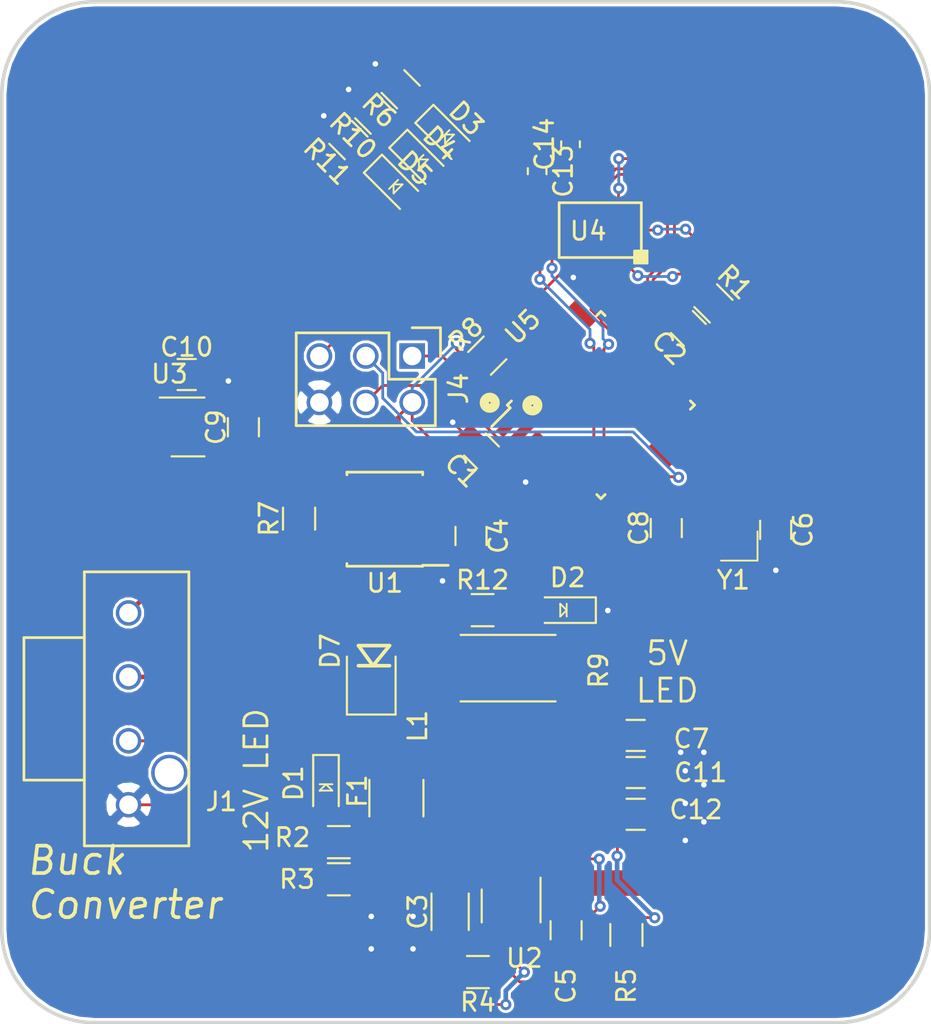
<source format=kicad_pcb>
(kicad_pcb (version 20171130) (host pcbnew 5.0.1-33cea8e~68~ubuntu18.04.1)

  (general
    (thickness 1.6)
    (drawings 11)
    (tracks 342)
    (zones 0)
    (modules 42)
    (nets 48)
  )

  (page A4)
  (layers
    (0 F.Cu signal)
    (31 B.Cu signal)
    (32 B.Adhes user)
    (33 F.Adhes user)
    (34 B.Paste user)
    (35 F.Paste user)
    (36 B.SilkS user)
    (37 F.SilkS user)
    (38 B.Mask user)
    (39 F.Mask user)
    (40 Dwgs.User user)
    (41 Cmts.User user)
    (42 Eco1.User user)
    (43 Eco2.User user)
    (44 Edge.Cuts user)
    (45 Margin user)
    (46 B.CrtYd user)
    (47 F.CrtYd user)
    (48 B.Fab user)
    (49 F.Fab user)
  )

  (setup
    (last_trace_width 0.1524)
    (user_trace_width 0.1524)
    (user_trace_width 0.254)
    (user_trace_width 0.508)
    (user_trace_width 0.762)
    (user_trace_width 0.8)
    (user_trace_width 1.016)
    (trace_clearance 0.1524)
    (zone_clearance 0.1524)
    (zone_45_only no)
    (trace_min 0.1524)
    (segment_width 0.2)
    (edge_width 0.2)
    (via_size 0.6096)
    (via_drill 0.3048)
    (via_min_size 0.4)
    (via_min_drill 0.3)
    (uvia_size 0.3)
    (uvia_drill 0.1)
    (uvias_allowed no)
    (uvia_min_size 0)
    (uvia_min_drill 0)
    (pcb_text_width 0.3)
    (pcb_text_size 1.5 1.5)
    (mod_edge_width 0.15)
    (mod_text_size 1 1)
    (mod_text_width 0.15)
    (pad_size 3.3 8.2)
    (pad_drill 0)
    (pad_to_mask_clearance 0.2)
    (solder_mask_min_width 0.25)
    (aux_axis_origin 0 0)
    (visible_elements FFFFEF7F)
    (pcbplotparams
      (layerselection 0x010fc_ffffffff)
      (usegerberextensions true)
      (usegerberattributes false)
      (usegerberadvancedattributes false)
      (creategerberjobfile false)
      (excludeedgelayer true)
      (linewidth 0.100000)
      (plotframeref false)
      (viasonmask false)
      (mode 1)
      (useauxorigin false)
      (hpglpennumber 1)
      (hpglpenspeed 20)
      (hpglpendiameter 15.000000)
      (psnegative false)
      (psa4output false)
      (plotreference true)
      (plotvalue true)
      (plotinvisibletext false)
      (padsonsilk false)
      (subtractmaskfromsilk false)
      (outputformat 1)
      (mirror false)
      (drillshape 0)
      (scaleselection 1)
      (outputdirectory "Gerb/"))
  )

  (net 0 "")
  (net 1 GND)
  (net 2 VCC)
  (net 3 "Net-(D2-Pad2)")
  (net 4 /MISO)
  (net 5 /RXCAN)
  (net 6 /SCK)
  (net 7 /12V_Fused)
  (net 8 "Net-(C5-Pad1)")
  (net 9 "Net-(C5-Pad2)")
  (net 10 "Net-(C11-Pad1)")
  (net 11 "Net-(D1-Pad2)")
  (net 12 "Net-(R3-Pad2)")
  (net 13 "Net-(R4-Pad1)")
  (net 14 /12V)
  (net 15 "Net-(C2-Pad1)")
  (net 16 "Net-(C6-Pad1)")
  (net 17 "Net-(C8-Pad1)")
  (net 18 /3.3V)
  (net 19 /PLED1)
  (net 20 "Net-(D3-Pad1)")
  (net 21 "Net-(D4-Pad1)")
  (net 22 /PLED2)
  (net 23 /PLED3)
  (net 24 "Net-(D5-Pad1)")
  (net 25 /CANL)
  (net 26 /CANH)
  (net 27 /MOSI)
  (net 28 /RESET)
  (net 29 /TXCAN)
  (net 30 "Net-(U1-Pad5)")
  (net 31 "Net-(U5-Pad3)")
  (net 32 /MISO2)
  (net 33 /MOSI2)
  (net 34 "Net-(U5-Pad13)")
  (net 35 "Net-(U5-Pad14)")
  (net 36 "Net-(U5-Pad15)")
  (net 37 /CS_ACCEL)
  (net 38 /INT1)
  (net 39 /INT2)
  (net 40 "Net-(U5-Pad21)")
  (net 41 /INT3)
  (net 42 /CS_GYRO)
  (net 43 /INT4)
  (net 44 /SCK2)
  (net 45 "Net-(U5-Pad29)")
  (net 46 "Net-(U5-Pad30)")
  (net 47 "Net-(U5-Pad32)")

  (net_class Default "This is the default net class."
    (clearance 0.1524)
    (trace_width 0.254)
    (via_dia 0.6096)
    (via_drill 0.3048)
    (uvia_dia 0.3)
    (uvia_drill 0.1)
    (add_net /12V)
    (add_net /12V_Fused)
    (add_net /3.3V)
    (add_net /CANH)
    (add_net /CANL)
    (add_net /CS_ACCEL)
    (add_net /CS_GYRO)
    (add_net /INT1)
    (add_net /INT2)
    (add_net /INT3)
    (add_net /INT4)
    (add_net /MISO)
    (add_net /MISO2)
    (add_net /MOSI)
    (add_net /MOSI2)
    (add_net /PLED1)
    (add_net /PLED2)
    (add_net /PLED3)
    (add_net /RESET)
    (add_net /RXCAN)
    (add_net /SCK)
    (add_net /SCK2)
    (add_net /TXCAN)
    (add_net GND)
    (add_net "Net-(C11-Pad1)")
    (add_net "Net-(C2-Pad1)")
    (add_net "Net-(C5-Pad1)")
    (add_net "Net-(C5-Pad2)")
    (add_net "Net-(C6-Pad1)")
    (add_net "Net-(C8-Pad1)")
    (add_net "Net-(D1-Pad2)")
    (add_net "Net-(D2-Pad2)")
    (add_net "Net-(D3-Pad1)")
    (add_net "Net-(D4-Pad1)")
    (add_net "Net-(D5-Pad1)")
    (add_net "Net-(R3-Pad2)")
    (add_net "Net-(R4-Pad1)")
    (add_net "Net-(U1-Pad5)")
    (add_net "Net-(U5-Pad13)")
    (add_net "Net-(U5-Pad14)")
    (add_net "Net-(U5-Pad15)")
    (add_net "Net-(U5-Pad21)")
    (add_net "Net-(U5-Pad29)")
    (add_net "Net-(U5-Pad3)")
    (add_net "Net-(U5-Pad30)")
    (add_net "Net-(U5-Pad32)")
    (add_net VCC)
  )

  (module footprints:Pin_Header_Straight_2x03 (layer F.Cu) (tedit 5BB5911C) (tstamp 5C08AAC4)
    (at 138.03884 90.51036 270)
    (descr "Through hole pin header")
    (tags "pin header")
    (path /59E10F9E)
    (fp_text reference J4 (at 1.778 -2.54 270) (layer F.SilkS)
      (effects (font (size 1 1) (thickness 0.15)))
    )
    (fp_text value CONN_02X03 (at 1.27 7.874 270) (layer F.Fab) hide
      (effects (font (size 1 1) (thickness 0.15)))
    )
    (fp_line (start -1.27 1.27) (end -1.27 6.35) (layer F.SilkS) (width 0.15))
    (fp_line (start -1.55 -1.55) (end 0 -1.55) (layer F.SilkS) (width 0.15))
    (fp_line (start -1.75 -1.75) (end -1.75 6.85) (layer F.CrtYd) (width 0.05))
    (fp_line (start 4.3 -1.75) (end 4.3 6.85) (layer F.CrtYd) (width 0.05))
    (fp_line (start -1.75 -1.75) (end 4.3 -1.75) (layer F.CrtYd) (width 0.05))
    (fp_line (start -1.75 6.85) (end 4.3 6.85) (layer F.CrtYd) (width 0.05))
    (fp_line (start 1.27 -1.27) (end 1.27 1.27) (layer F.SilkS) (width 0.15))
    (fp_line (start 1.27 1.27) (end -1.27 1.27) (layer F.SilkS) (width 0.15))
    (fp_line (start -1.27 6.35) (end 3.81 6.35) (layer F.SilkS) (width 0.15))
    (fp_line (start 3.81 6.35) (end 3.81 1.27) (layer F.SilkS) (width 0.15))
    (fp_line (start -1.55 -1.55) (end -1.55 0) (layer F.SilkS) (width 0.15))
    (fp_line (start 3.81 -1.27) (end 1.27 -1.27) (layer F.SilkS) (width 0.15))
    (fp_line (start 3.81 1.27) (end 3.81 -1.27) (layer F.SilkS) (width 0.15))
    (pad 1 thru_hole rect (at 0 0 270) (size 1.4 1.4) (drill 1.016) (layers *.Cu *.Mask)
      (net 4 /MISO))
    (pad 2 thru_hole circle (at 2.54 0 270) (size 1.4 1.4) (drill 1.016) (layers *.Cu *.Mask)
      (net 2 VCC))
    (pad 3 thru_hole circle (at 0 2.54 270) (size 1.4 1.4) (drill 1.016) (layers *.Cu *.Mask)
      (net 6 /SCK))
    (pad 4 thru_hole circle (at 2.54 2.54 270) (size 1.4 1.4) (drill 1.016) (layers *.Cu *.Mask)
      (net 27 /MOSI))
    (pad 5 thru_hole circle (at 0 5.08 270) (size 1.4 1.4) (drill 1.016) (layers *.Cu *.Mask)
      (net 28 /RESET))
    (pad 6 thru_hole circle (at 2.54 5.08 270) (size 1.4 1.4) (drill 1.016) (layers *.Cu *.Mask)
      (net 1 GND))
    (model Pin_Headers.3dshapes/Pin_Header_Straight_2x03.wrl
      (offset (xyz 1.269999980926514 -2.539999961853027 0))
      (scale (xyz 1 1 1))
      (rotate (xyz 0 0 90))
    )
  )

  (module footprints:Ultrafit_4 (layer F.Cu) (tedit 59F24F6F) (tstamp 5C08AAAD)
    (at 122.50928 109.82452)
    (path /5BDEC4A6)
    (fp_text reference J1 (at 5.08 5.08) (layer F.SilkS)
      (effects (font (size 1 1) (thickness 0.15)))
    )
    (fp_text value UF_4_VT (at 4.572 0.508 -270) (layer F.Fab) hide
      (effects (font (size 1 1) (thickness 0.15)))
    )
    (fp_line (start -5.588 -3.81) (end -2.54 -3.81) (layer F.Fab) (width 0.15))
    (fp_line (start -2.54 -3.81) (end -2.54 3.81) (layer F.Fab) (width 0.15))
    (fp_line (start -2.54 3.81) (end -5.588 3.81) (layer F.Fab) (width 0.15))
    (fp_line (start -5.588 3.81) (end -5.588 -3.81) (layer F.Fab) (width 0.15))
    (fp_text user "6.55mm Clearance" (at -4.07 0 -270) (layer F.Fab)
      (effects (font (size 0.5 0.5) (thickness 0.08)))
    )
    (fp_line (start -2.42 -3.9) (end -5.73 -3.9) (layer F.SilkS) (width 0.15))
    (fp_line (start -5.73 -3.9) (end -5.73 3.9) (layer F.SilkS) (width 0.15))
    (fp_line (start -5.73 3.9) (end -2.42 3.9) (layer F.SilkS) (width 0.15))
    (fp_line (start -2.42 7.5) (end 3.302 7.5) (layer F.SilkS) (width 0.15))
    (fp_line (start -2.42 -7.5) (end 3.302 -7.5) (layer F.SilkS) (width 0.15))
    (fp_line (start -2.42 7.5) (end -2.42 -7.5) (layer F.SilkS) (width 0.15))
    (fp_line (start 3.302 7.5) (end 3.302 -7.5) (layer F.SilkS) (width 0.15))
    (pad 2 thru_hole circle (at 0 1.75) (size 1.397 1.397) (drill 1.02) (layers *.Cu *.Mask)
      (net 14 /12V))
    (pad 1 thru_hole circle (at 0 5.25) (size 1.397 1.397) (drill 1.02) (layers *.Cu *.Mask)
      (net 1 GND))
    (pad "" thru_hole circle (at 2.23 3.5) (size 1.981 1.981) (drill 1.6) (layers *.Cu *.Mask))
    (pad 3 thru_hole circle (at 0 -1.75 180) (size 1.397 1.397) (drill 1.02) (layers *.Cu *.Mask)
      (net 26 /CANH))
    (pad 4 thru_hole circle (at 0 -5.25 180) (size 1.397 1.397) (drill 1.02) (layers *.Cu *.Mask)
      (net 25 /CANL))
  )

  (module footprints:R_0805_OEM (layer F.Cu) (tedit 5B8D4D25) (tstamp 5B717343)
    (at 134.02036 117.12096 180)
    (descr "Resistor SMD 0805, reflow soldering, Vishay (see dcrcw.pdf)")
    (tags "resistor 0805")
    (path /59E0432B)
    (attr smd)
    (fp_text reference R2 (at 2.54 0.254 180) (layer F.SilkS)
      (effects (font (size 1 1) (thickness 0.15)))
    )
    (fp_text value R_1k (at 0 1.75 180) (layer F.Fab) hide
      (effects (font (size 1 1) (thickness 0.15)))
    )
    (fp_line (start -1 0.62) (end -1 -0.62) (layer F.Fab) (width 0.1))
    (fp_line (start 1 0.62) (end -1 0.62) (layer F.Fab) (width 0.1))
    (fp_line (start 1 -0.62) (end 1 0.62) (layer F.Fab) (width 0.1))
    (fp_line (start -1 -0.62) (end 1 -0.62) (layer F.Fab) (width 0.1))
    (fp_line (start 0.6 0.88) (end -0.6 0.88) (layer F.SilkS) (width 0.12))
    (fp_line (start -0.6 -0.88) (end 0.6 -0.88) (layer F.SilkS) (width 0.12))
    (fp_line (start -1.55 -0.9) (end 1.55 -0.9) (layer F.CrtYd) (width 0.05))
    (fp_line (start -1.55 -0.9) (end -1.55 0.9) (layer F.CrtYd) (width 0.05))
    (fp_line (start 1.55 0.9) (end 1.55 -0.9) (layer F.CrtYd) (width 0.05))
    (fp_line (start 1.55 0.9) (end -1.55 0.9) (layer F.CrtYd) (width 0.05))
    (pad 1 smd rect (at -0.95 0 180) (size 0.7 1.3) (layers F.Cu F.Paste F.Mask)
      (net 7 /12V_Fused))
    (pad 2 smd rect (at 0.95 0 180) (size 0.7 1.3) (layers F.Cu F.Paste F.Mask)
      (net 11 "Net-(D1-Pad2)"))
    (model "/home/josh/Formula/OEM_Preferred_Parts/3DModels/WRL Files/res0805.wrl"
      (at (xyz 0 0 0))
      (scale (xyz 1 1 1))
      (rotate (xyz 0 0 0))
    )
  )

  (module footprints:4.7uH_Inductor_OEM (layer F.Cu) (tedit 5B8C0445) (tstamp 5B71730C)
    (at 143.48186 114.00946 90)
    (path /59E04875)
    (fp_text reference L1 (at 3.2385 -5.1435 90) (layer F.SilkS)
      (effects (font (size 1 1) (thickness 0.15)))
    )
    (fp_text value L_4.7uH (at 0 -5.08 90) (layer F.Fab) hide
      (effects (font (size 1 1) (thickness 0.15)))
    )
    (pad 1 smd rect (at -2.35 0 90) (size 3.3 8.2) (layers F.Cu F.Paste F.Mask)
      (net 9 "Net-(C5-Pad2)"))
    (pad 2 smd rect (at 2.35 0 90) (size 3.3 8.2) (layers F.Cu F.Paste F.Mask)
      (net 10 "Net-(C11-Pad1)"))
  )

  (module footprints:Fuse_1210 (layer F.Cu) (tedit 5B8D4D2C) (tstamp 5B7172CD)
    (at 137.17586 114.71346 270)
    (descr "Resistor SMD 1210, reflow soldering, Vishay (see dcrcw.pdf)")
    (tags "resistor 1210")
    (path /59E0A5CF)
    (attr smd)
    (fp_text reference F1 (at -0.3865 2.1395 90) (layer F.SilkS)
      (effects (font (size 1 1) (thickness 0.15)))
    )
    (fp_text value 500mA (at 0 2.4 270) (layer F.Fab) hide
      (effects (font (size 1 1) (thickness 0.15)))
    )
    (fp_line (start -1.6 1.25) (end -1.6 -1.25) (layer F.Fab) (width 0.1))
    (fp_line (start 1.6 1.25) (end -1.6 1.25) (layer F.Fab) (width 0.1))
    (fp_line (start 1.6 -1.25) (end 1.6 1.25) (layer F.Fab) (width 0.1))
    (fp_line (start -1.6 -1.25) (end 1.6 -1.25) (layer F.Fab) (width 0.1))
    (fp_line (start 1 1.48) (end -1 1.48) (layer F.SilkS) (width 0.12))
    (fp_line (start -1 -1.48) (end 1 -1.48) (layer F.SilkS) (width 0.12))
    (fp_line (start -2.15 -1.5) (end 2.15 -1.5) (layer F.CrtYd) (width 0.05))
    (fp_line (start -2.15 -1.5) (end -2.15 1.5) (layer F.CrtYd) (width 0.05))
    (fp_line (start 2.15 1.5) (end 2.15 -1.5) (layer F.CrtYd) (width 0.05))
    (fp_line (start 2.15 1.5) (end -2.15 1.5) (layer F.CrtYd) (width 0.05))
    (pad 1 smd rect (at -1.45 0 270) (size 0.9 2.5) (layers F.Cu F.Paste F.Mask)
      (net 14 /12V))
    (pad 2 smd rect (at 1.45 0 270) (size 0.9 2.5) (layers F.Cu F.Paste F.Mask)
      (net 7 /12V_Fused))
    (model /home/josh/Formula/OEM_Preferred_Parts/3DModels/Fuse_1210_OEM/Fuse1210.wrl
      (at (xyz 0 0 0))
      (scale (xyz 1 1 1))
      (rotate (xyz 0 0 0))
    )
  )

  (module footprints:LED_0805_OEM (layer F.Cu) (tedit 5B8D4D19) (tstamp 5B717259)
    (at 146.29636 104.42096 180)
    (descr "LED 0805 smd package")
    (tags "LED led 0805 SMD smd SMT smt smdled SMDLED smtled SMTLED")
    (path /59E0483A)
    (attr smd)
    (fp_text reference D2 (at -0.254 1.778) (layer F.SilkS)
      (effects (font (size 1 1) (thickness 0.15)))
    )
    (fp_text value LED_0805 (at 0.508 2.032 180) (layer F.Fab) hide
      (effects (font (size 1 1) (thickness 0.15)))
    )
    (fp_line (start -0.2 0.35) (end -0.2 0) (layer F.SilkS) (width 0.1))
    (fp_line (start -0.2 0) (end -0.2 -0.35) (layer F.SilkS) (width 0.1))
    (fp_line (start 0.15 0.35) (end -0.2 0) (layer F.SilkS) (width 0.1))
    (fp_line (start 0.15 0.3) (end 0.15 0.35) (layer F.SilkS) (width 0.1))
    (fp_line (start 0.15 0.35) (end 0.15 0.3) (layer F.SilkS) (width 0.1))
    (fp_line (start 0.15 -0.35) (end 0.15 0.3) (layer F.SilkS) (width 0.1))
    (fp_line (start 0.1 -0.3) (end 0.15 -0.35) (layer F.SilkS) (width 0.1))
    (fp_line (start -0.2 0) (end 0.1 -0.3) (layer F.SilkS) (width 0.1))
    (fp_line (start -1.8 -0.7) (end -1.8 0.7) (layer F.SilkS) (width 0.12))
    (fp_line (start 1 0.6) (end -1 0.6) (layer F.Fab) (width 0.1))
    (fp_line (start 1 -0.6) (end 1 0.6) (layer F.Fab) (width 0.1))
    (fp_line (start -1 -0.6) (end 1 -0.6) (layer F.Fab) (width 0.1))
    (fp_line (start -1 0.6) (end -1 -0.6) (layer F.Fab) (width 0.1))
    (fp_line (start -1.8 0.7) (end 1 0.7) (layer F.SilkS) (width 0.12))
    (fp_line (start -1.8 -0.7) (end 1 -0.7) (layer F.SilkS) (width 0.12))
    (fp_line (start 1.95 -0.85) (end 1.95 0.85) (layer F.CrtYd) (width 0.05))
    (fp_line (start 1.95 0.85) (end -1.95 0.85) (layer F.CrtYd) (width 0.05))
    (fp_line (start -1.95 0.85) (end -1.95 -0.85) (layer F.CrtYd) (width 0.05))
    (fp_line (start -1.95 -0.85) (end 1.95 -0.85) (layer F.CrtYd) (width 0.05))
    (pad 2 smd rect (at 1.1 0) (size 1.2 1.2) (layers F.Cu F.Paste F.Mask)
      (net 3 "Net-(D2-Pad2)"))
    (pad 1 smd rect (at -1.1 0) (size 1.2 1.2) (layers F.Cu F.Paste F.Mask)
      (net 1 GND))
    (model "/home/josh/Formula/OEM_Preferred_Parts/3DModels/LED_0805/LED 0805 Base GREEN001_sp.wrl"
      (at (xyz 0 0 0))
      (scale (xyz 1 1 1))
      (rotate (xyz 0 0 180))
    )
  )

  (module footprints:R_2512_OEM (layer F.Cu) (tedit 5B8D4D11) (tstamp 5B8BED94)
    (at 143.29136 107.59596)
    (descr "Resistor SMD 2512, reflow soldering, Vishay (see dcrcw.pdf)")
    (tags "resistor 2512")
    (path /59E0444E)
    (attr smd)
    (fp_text reference R9 (at 4.953 0.127 90) (layer F.SilkS)
      (effects (font (size 1 1) (thickness 0.15)))
    )
    (fp_text value R_0_Jumper (at 0 2.75) (layer F.Fab) hide
      (effects (font (size 1 1) (thickness 0.15)))
    )
    (fp_line (start -3.15 1.6) (end -3.15 -1.6) (layer F.Fab) (width 0.1))
    (fp_line (start 3.15 1.6) (end -3.15 1.6) (layer F.Fab) (width 0.1))
    (fp_line (start 3.15 -1.6) (end 3.15 1.6) (layer F.Fab) (width 0.1))
    (fp_line (start -3.15 -1.6) (end 3.15 -1.6) (layer F.Fab) (width 0.1))
    (fp_line (start 2.6 1.82) (end -2.6 1.82) (layer F.SilkS) (width 0.12))
    (fp_line (start -2.6 -1.82) (end 2.6 -1.82) (layer F.SilkS) (width 0.12))
    (fp_line (start -3.85 -1.85) (end 3.85 -1.85) (layer F.CrtYd) (width 0.05))
    (fp_line (start -3.85 -1.85) (end -3.85 1.85) (layer F.CrtYd) (width 0.05))
    (fp_line (start 3.85 1.85) (end 3.85 -1.85) (layer F.CrtYd) (width 0.05))
    (fp_line (start 3.85 1.85) (end -3.85 1.85) (layer F.CrtYd) (width 0.05))
    (pad 1 smd rect (at -3.1 0) (size 1 3.2) (layers F.Cu F.Paste F.Mask)
      (net 2 VCC))
    (pad 2 smd rect (at 3.1 0) (size 1 3.2) (layers F.Cu F.Paste F.Mask)
      (net 10 "Net-(C11-Pad1)"))
    (model ${KISYS3DMOD}/Resistors_SMD.3dshapes/R_2512.wrl
      (at (xyz 0 0 0))
      (scale (xyz 1 1 1))
      (rotate (xyz 0 0 0))
    )
  )

  (module footprints:C_0805_OEM (layer F.Cu) (tedit 5B8C043E) (tstamp 5B8BECC9)
    (at 150.27636 111.27896)
    (descr "Capacitor SMD 0805, reflow soldering, AVX (see smccp.pdf)")
    (tags "capacitor 0805")
    (path /59E0494E)
    (attr smd)
    (fp_text reference C7 (at 3.052 0.183) (layer F.SilkS)
      (effects (font (size 1 1) (thickness 0.15)))
    )
    (fp_text value C_47uF (at 0 1.75) (layer F.Fab) hide
      (effects (font (size 1 1) (thickness 0.15)))
    )
    (fp_line (start -1 0.62) (end -1 -0.62) (layer F.Fab) (width 0.1))
    (fp_line (start 1 0.62) (end -1 0.62) (layer F.Fab) (width 0.1))
    (fp_line (start 1 -0.62) (end 1 0.62) (layer F.Fab) (width 0.1))
    (fp_line (start -1 -0.62) (end 1 -0.62) (layer F.Fab) (width 0.1))
    (fp_line (start 0.5 -0.85) (end -0.5 -0.85) (layer F.SilkS) (width 0.12))
    (fp_line (start -0.5 0.85) (end 0.5 0.85) (layer F.SilkS) (width 0.12))
    (fp_line (start -1.75 -0.88) (end 1.75 -0.88) (layer F.CrtYd) (width 0.05))
    (fp_line (start -1.75 -0.88) (end -1.75 0.87) (layer F.CrtYd) (width 0.05))
    (fp_line (start 1.75 0.87) (end 1.75 -0.88) (layer F.CrtYd) (width 0.05))
    (fp_line (start 1.75 0.87) (end -1.75 0.87) (layer F.CrtYd) (width 0.05))
    (pad 1 smd rect (at -1 0) (size 1 1.25) (layers F.Cu F.Paste F.Mask)
      (net 10 "Net-(C11-Pad1)"))
    (pad 2 smd rect (at 1 0) (size 1 1.25) (layers F.Cu F.Paste F.Mask)
      (net 1 GND))
    (model /home/josh/Formula/OEM_Preferred_Parts/3DModels/C_0805_OEM/C_0805.wrl
      (at (xyz 0 0 0))
      (scale (xyz 1 1 1))
      (rotate (xyz 0 0 0))
    )
  )

  (module footprints:SOT-23-6_OEM (layer F.Cu) (tedit 5B8D4D41) (tstamp 5B71743C)
    (at 143.45646 120.61346 270)
    (descr "6-pin SOT-23 package")
    (tags SOT-23-6)
    (path /59E04993)
    (attr smd)
    (fp_text reference U2 (at 2.8575 -0.7239) (layer F.SilkS)
      (effects (font (size 1 1) (thickness 0.15)))
    )
    (fp_text value TPS561201 (at 0 2.9 270) (layer F.Fab) hide
      (effects (font (size 1 1) (thickness 0.15)))
    )
    (fp_line (start -0.9 1.61) (end 0.9 1.61) (layer F.SilkS) (width 0.12))
    (fp_line (start 0.9 -1.61) (end -1.55 -1.61) (layer F.SilkS) (width 0.12))
    (fp_line (start 1.9 -1.8) (end -1.9 -1.8) (layer F.CrtYd) (width 0.05))
    (fp_line (start 1.9 1.8) (end 1.9 -1.8) (layer F.CrtYd) (width 0.05))
    (fp_line (start -1.9 1.8) (end 1.9 1.8) (layer F.CrtYd) (width 0.05))
    (fp_line (start -1.9 -1.8) (end -1.9 1.8) (layer F.CrtYd) (width 0.05))
    (fp_line (start -0.9 -0.9) (end -0.25 -1.55) (layer F.Fab) (width 0.1))
    (fp_line (start 0.9 -1.55) (end -0.25 -1.55) (layer F.Fab) (width 0.1))
    (fp_line (start -0.9 -0.9) (end -0.9 1.55) (layer F.Fab) (width 0.1))
    (fp_line (start 0.9 1.55) (end -0.9 1.55) (layer F.Fab) (width 0.1))
    (fp_line (start 0.9 -1.55) (end 0.9 1.55) (layer F.Fab) (width 0.1))
    (pad 1 smd rect (at -1.1 -0.95 270) (size 1.06 0.65) (layers F.Cu F.Paste F.Mask)
      (net 1 GND))
    (pad 2 smd rect (at -1.1 0 270) (size 1.06 0.65) (layers F.Cu F.Paste F.Mask)
      (net 9 "Net-(C5-Pad2)"))
    (pad 3 smd rect (at -1.1 0.95 270) (size 1.06 0.65) (layers F.Cu F.Paste F.Mask)
      (net 7 /12V_Fused))
    (pad 4 smd rect (at 1.1 0.95 270) (size 1.06 0.65) (layers F.Cu F.Paste F.Mask)
      (net 13 "Net-(R4-Pad1)"))
    (pad 6 smd rect (at 1.1 -0.95 270) (size 1.06 0.65) (layers F.Cu F.Paste F.Mask)
      (net 8 "Net-(C5-Pad1)"))
    (pad 5 smd rect (at 1.1 0 270) (size 1.06 0.65) (layers F.Cu F.Paste F.Mask)
      (net 12 "Net-(R3-Pad2)"))
    (model ${KISYS3DMOD}/TO_SOT_Packages_SMD.3dshapes/SOT-23-6.wrl
      (at (xyz 0 0 0))
      (scale (xyz 1 1 1))
      (rotate (xyz 0 0 0))
    )
  )

  (module footprints:C_1206_OEM (layer F.Cu) (tedit 5B8D4D32) (tstamp 5B8BECBA)
    (at 140.11636 120.93096 270)
    (descr "Capacitor SMD 1206, reflow soldering, AVX (see smccp.pdf)")
    (tags "capacitor 1206")
    (path /59E04907)
    (attr smd)
    (fp_text reference C3 (at 0 1.778 270) (layer F.SilkS)
      (effects (font (size 1 1) (thickness 0.15)))
    )
    (fp_text value C_22uF (at 0 2 270) (layer F.Fab) hide
      (effects (font (size 1 1) (thickness 0.15)))
    )
    (fp_line (start -1.6 0.8) (end -1.6 -0.8) (layer F.Fab) (width 0.1))
    (fp_line (start 1.6 0.8) (end -1.6 0.8) (layer F.Fab) (width 0.1))
    (fp_line (start 1.6 -0.8) (end 1.6 0.8) (layer F.Fab) (width 0.1))
    (fp_line (start -1.6 -0.8) (end 1.6 -0.8) (layer F.Fab) (width 0.1))
    (fp_line (start 1 -1.02) (end -1 -1.02) (layer F.SilkS) (width 0.12))
    (fp_line (start -1 1.02) (end 1 1.02) (layer F.SilkS) (width 0.12))
    (fp_line (start -2.25 -1.05) (end 2.25 -1.05) (layer F.CrtYd) (width 0.05))
    (fp_line (start -2.25 -1.05) (end -2.25 1.05) (layer F.CrtYd) (width 0.05))
    (fp_line (start 2.25 1.05) (end 2.25 -1.05) (layer F.CrtYd) (width 0.05))
    (fp_line (start 2.25 1.05) (end -2.25 1.05) (layer F.CrtYd) (width 0.05))
    (pad 1 smd rect (at -1.5 0 270) (size 1 1.6) (layers F.Cu F.Paste F.Mask)
      (net 7 /12V_Fused))
    (pad 2 smd rect (at 1.5 0 270) (size 1 1.6) (layers F.Cu F.Paste F.Mask)
      (net 1 GND))
    (model Capacitors_SMD.3dshapes/C_1206.wrl
      (at (xyz 0 0 0))
      (scale (xyz 1 1 1))
      (rotate (xyz 0 0 0))
    )
  )

  (module footprints:R_0805_OEM (layer F.Cu) (tedit 59F25131) (tstamp 5B7173E3)
    (at 141.89436 104.42096)
    (descr "Resistor SMD 0805, reflow soldering, Vishay (see dcrcw.pdf)")
    (tags "resistor 0805")
    (path /59E04401)
    (attr smd)
    (fp_text reference R12 (at 0 -1.65) (layer F.SilkS)
      (effects (font (size 1 1) (thickness 0.15)))
    )
    (fp_text value R_200 (at 0 1.75) (layer F.Fab) hide
      (effects (font (size 1 1) (thickness 0.15)))
    )
    (fp_line (start -1 0.62) (end -1 -0.62) (layer F.Fab) (width 0.1))
    (fp_line (start 1 0.62) (end -1 0.62) (layer F.Fab) (width 0.1))
    (fp_line (start 1 -0.62) (end 1 0.62) (layer F.Fab) (width 0.1))
    (fp_line (start -1 -0.62) (end 1 -0.62) (layer F.Fab) (width 0.1))
    (fp_line (start 0.6 0.88) (end -0.6 0.88) (layer F.SilkS) (width 0.12))
    (fp_line (start -0.6 -0.88) (end 0.6 -0.88) (layer F.SilkS) (width 0.12))
    (fp_line (start -1.55 -0.9) (end 1.55 -0.9) (layer F.CrtYd) (width 0.05))
    (fp_line (start -1.55 -0.9) (end -1.55 0.9) (layer F.CrtYd) (width 0.05))
    (fp_line (start 1.55 0.9) (end 1.55 -0.9) (layer F.CrtYd) (width 0.05))
    (fp_line (start 1.55 0.9) (end -1.55 0.9) (layer F.CrtYd) (width 0.05))
    (pad 1 smd rect (at -0.95 0) (size 0.7 1.3) (layers F.Cu F.Paste F.Mask)
      (net 2 VCC))
    (pad 2 smd rect (at 0.95 0) (size 0.7 1.3) (layers F.Cu F.Paste F.Mask)
      (net 3 "Net-(D2-Pad2)"))
    (model "/home/josh/Formula/OEM_Preferred_Parts/3DModels/WRL Files/res0805.wrl"
      (at (xyz 0 0 0))
      (scale (xyz 1 1 1))
      (rotate (xyz 0 0 0))
    )
  )

  (module footprints:R_0805_OEM (layer F.Cu) (tedit 59F25131) (tstamp 5B8BFC4E)
    (at 141.64036 124.23296 180)
    (descr "Resistor SMD 0805, reflow soldering, Vishay (see dcrcw.pdf)")
    (tags "resistor 0805")
    (path /59E042EA)
    (attr smd)
    (fp_text reference R4 (at 0 -1.65 180) (layer F.SilkS)
      (effects (font (size 1 1) (thickness 0.15)))
    )
    (fp_text value R_10k (at 0 1.75 180) (layer F.Fab) hide
      (effects (font (size 1 1) (thickness 0.15)))
    )
    (fp_line (start -1 0.62) (end -1 -0.62) (layer F.Fab) (width 0.1))
    (fp_line (start 1 0.62) (end -1 0.62) (layer F.Fab) (width 0.1))
    (fp_line (start 1 -0.62) (end 1 0.62) (layer F.Fab) (width 0.1))
    (fp_line (start -1 -0.62) (end 1 -0.62) (layer F.Fab) (width 0.1))
    (fp_line (start 0.6 0.88) (end -0.6 0.88) (layer F.SilkS) (width 0.12))
    (fp_line (start -0.6 -0.88) (end 0.6 -0.88) (layer F.SilkS) (width 0.12))
    (fp_line (start -1.55 -0.9) (end 1.55 -0.9) (layer F.CrtYd) (width 0.05))
    (fp_line (start -1.55 -0.9) (end -1.55 0.9) (layer F.CrtYd) (width 0.05))
    (fp_line (start 1.55 0.9) (end 1.55 -0.9) (layer F.CrtYd) (width 0.05))
    (fp_line (start 1.55 0.9) (end -1.55 0.9) (layer F.CrtYd) (width 0.05))
    (pad 1 smd rect (at -0.95 0 180) (size 0.7 1.3) (layers F.Cu F.Paste F.Mask)
      (net 13 "Net-(R4-Pad1)"))
    (pad 2 smd rect (at 0.95 0 180) (size 0.7 1.3) (layers F.Cu F.Paste F.Mask)
      (net 1 GND))
    (model "/home/josh/Formula/OEM_Preferred_Parts/3DModels/WRL Files/res0805.wrl"
      (at (xyz 0 0 0))
      (scale (xyz 1 1 1))
      (rotate (xyz 0 0 0))
    )
  )

  (module footprints:R_0805_OEM (layer F.Cu) (tedit 5B8D4D48) (tstamp 5B8BFC5E)
    (at 149.76836 122.20096 90)
    (descr "Resistor SMD 0805, reflow soldering, Vishay (see dcrcw.pdf)")
    (tags "resistor 0805")
    (path /59E0438C)
    (attr smd)
    (fp_text reference R5 (at -2.794 0 90) (layer F.SilkS)
      (effects (font (size 1 1) (thickness 0.15)))
    )
    (fp_text value R_51.1k (at 0 1.75 90) (layer F.Fab) hide
      (effects (font (size 1 1) (thickness 0.15)))
    )
    (fp_line (start -1 0.62) (end -1 -0.62) (layer F.Fab) (width 0.1))
    (fp_line (start 1 0.62) (end -1 0.62) (layer F.Fab) (width 0.1))
    (fp_line (start 1 -0.62) (end 1 0.62) (layer F.Fab) (width 0.1))
    (fp_line (start -1 -0.62) (end 1 -0.62) (layer F.Fab) (width 0.1))
    (fp_line (start 0.6 0.88) (end -0.6 0.88) (layer F.SilkS) (width 0.12))
    (fp_line (start -0.6 -0.88) (end 0.6 -0.88) (layer F.SilkS) (width 0.12))
    (fp_line (start -1.55 -0.9) (end 1.55 -0.9) (layer F.CrtYd) (width 0.05))
    (fp_line (start -1.55 -0.9) (end -1.55 0.9) (layer F.CrtYd) (width 0.05))
    (fp_line (start 1.55 0.9) (end 1.55 -0.9) (layer F.CrtYd) (width 0.05))
    (fp_line (start 1.55 0.9) (end -1.55 0.9) (layer F.CrtYd) (width 0.05))
    (pad 1 smd rect (at -0.95 0 90) (size 0.7 1.3) (layers F.Cu F.Paste F.Mask)
      (net 13 "Net-(R4-Pad1)"))
    (pad 2 smd rect (at 0.95 0 90) (size 0.7 1.3) (layers F.Cu F.Paste F.Mask)
      (net 10 "Net-(C11-Pad1)"))
    (model "/home/josh/Formula/OEM_Preferred_Parts/3DModels/WRL Files/res0805.wrl"
      (at (xyz 0 0 0))
      (scale (xyz 1 1 1))
      (rotate (xyz 0 0 0))
    )
  )

  (module footprints:C_0805_OEM (layer F.Cu) (tedit 5B8C043A) (tstamp 5B7171DB)
    (at 150.27636 115.59696)
    (descr "Capacitor SMD 0805, reflow soldering, AVX (see smccp.pdf)")
    (tags "capacitor 0805")
    (path /5A79252F)
    (attr smd)
    (fp_text reference C12 (at 3.302 -0.254) (layer F.SilkS)
      (effects (font (size 1 1) (thickness 0.15)))
    )
    (fp_text value C_0.1uF (at 0 1.75) (layer F.Fab) hide
      (effects (font (size 1 1) (thickness 0.15)))
    )
    (fp_line (start -1 0.62) (end -1 -0.62) (layer F.Fab) (width 0.1))
    (fp_line (start 1 0.62) (end -1 0.62) (layer F.Fab) (width 0.1))
    (fp_line (start 1 -0.62) (end 1 0.62) (layer F.Fab) (width 0.1))
    (fp_line (start -1 -0.62) (end 1 -0.62) (layer F.Fab) (width 0.1))
    (fp_line (start 0.5 -0.85) (end -0.5 -0.85) (layer F.SilkS) (width 0.12))
    (fp_line (start -0.5 0.85) (end 0.5 0.85) (layer F.SilkS) (width 0.12))
    (fp_line (start -1.75 -0.88) (end 1.75 -0.88) (layer F.CrtYd) (width 0.05))
    (fp_line (start -1.75 -0.88) (end -1.75 0.87) (layer F.CrtYd) (width 0.05))
    (fp_line (start 1.75 0.87) (end 1.75 -0.88) (layer F.CrtYd) (width 0.05))
    (fp_line (start 1.75 0.87) (end -1.75 0.87) (layer F.CrtYd) (width 0.05))
    (pad 1 smd rect (at -1 0) (size 1 1.25) (layers F.Cu F.Paste F.Mask)
      (net 10 "Net-(C11-Pad1)"))
    (pad 2 smd rect (at 1 0) (size 1 1.25) (layers F.Cu F.Paste F.Mask)
      (net 1 GND))
    (model /home/josh/Formula/OEM_Preferred_Parts/3DModels/C_0805_OEM/C_0805.wrl
      (at (xyz 0 0 0))
      (scale (xyz 1 1 1))
      (rotate (xyz 0 0 0))
    )
  )

  (module footprints:C_0805_OEM (layer F.Cu) (tedit 5B8C0436) (tstamp 5B7171CB)
    (at 150.27636 113.31096)
    (descr "Capacitor SMD 0805, reflow soldering, AVX (see smccp.pdf)")
    (tags "capacitor 0805")
    (path /5A79269E)
    (attr smd)
    (fp_text reference C11 (at 3.556 0) (layer F.SilkS)
      (effects (font (size 1 1) (thickness 0.15)))
    )
    (fp_text value C_1uF (at 0 1.75) (layer F.Fab) hide
      (effects (font (size 1 1) (thickness 0.15)))
    )
    (fp_line (start -1 0.62) (end -1 -0.62) (layer F.Fab) (width 0.1))
    (fp_line (start 1 0.62) (end -1 0.62) (layer F.Fab) (width 0.1))
    (fp_line (start 1 -0.62) (end 1 0.62) (layer F.Fab) (width 0.1))
    (fp_line (start -1 -0.62) (end 1 -0.62) (layer F.Fab) (width 0.1))
    (fp_line (start 0.5 -0.85) (end -0.5 -0.85) (layer F.SilkS) (width 0.12))
    (fp_line (start -0.5 0.85) (end 0.5 0.85) (layer F.SilkS) (width 0.12))
    (fp_line (start -1.75 -0.88) (end 1.75 -0.88) (layer F.CrtYd) (width 0.05))
    (fp_line (start -1.75 -0.88) (end -1.75 0.87) (layer F.CrtYd) (width 0.05))
    (fp_line (start 1.75 0.87) (end 1.75 -0.88) (layer F.CrtYd) (width 0.05))
    (fp_line (start 1.75 0.87) (end -1.75 0.87) (layer F.CrtYd) (width 0.05))
    (pad 1 smd rect (at -1 0) (size 1 1.25) (layers F.Cu F.Paste F.Mask)
      (net 10 "Net-(C11-Pad1)"))
    (pad 2 smd rect (at 1 0) (size 1 1.25) (layers F.Cu F.Paste F.Mask)
      (net 1 GND))
    (model /home/josh/Formula/OEM_Preferred_Parts/3DModels/C_0805_OEM/C_0805.wrl
      (at (xyz 0 0 0))
      (scale (xyz 1 1 1))
      (rotate (xyz 0 0 0))
    )
  )

  (module footprints:C_0805_OEM (layer F.Cu) (tedit 5B8D4D44) (tstamp 5B71716B)
    (at 146.46636 121.94696 90)
    (descr "Capacitor SMD 0805, reflow soldering, AVX (see smccp.pdf)")
    (tags "capacitor 0805")
    (path /59E048C8)
    (attr smd)
    (fp_text reference C5 (at -3.048 0 90) (layer F.SilkS)
      (effects (font (size 1 1) (thickness 0.15)))
    )
    (fp_text value C_0.1uF (at 0 1.75 90) (layer F.Fab) hide
      (effects (font (size 1 1) (thickness 0.15)))
    )
    (fp_line (start -1 0.62) (end -1 -0.62) (layer F.Fab) (width 0.1))
    (fp_line (start 1 0.62) (end -1 0.62) (layer F.Fab) (width 0.1))
    (fp_line (start 1 -0.62) (end 1 0.62) (layer F.Fab) (width 0.1))
    (fp_line (start -1 -0.62) (end 1 -0.62) (layer F.Fab) (width 0.1))
    (fp_line (start 0.5 -0.85) (end -0.5 -0.85) (layer F.SilkS) (width 0.12))
    (fp_line (start -0.5 0.85) (end 0.5 0.85) (layer F.SilkS) (width 0.12))
    (fp_line (start -1.75 -0.88) (end 1.75 -0.88) (layer F.CrtYd) (width 0.05))
    (fp_line (start -1.75 -0.88) (end -1.75 0.87) (layer F.CrtYd) (width 0.05))
    (fp_line (start 1.75 0.87) (end 1.75 -0.88) (layer F.CrtYd) (width 0.05))
    (fp_line (start 1.75 0.87) (end -1.75 0.87) (layer F.CrtYd) (width 0.05))
    (pad 1 smd rect (at -1 0 90) (size 1 1.25) (layers F.Cu F.Paste F.Mask)
      (net 8 "Net-(C5-Pad1)"))
    (pad 2 smd rect (at 1 0 90) (size 1 1.25) (layers F.Cu F.Paste F.Mask)
      (net 9 "Net-(C5-Pad2)"))
    (model /home/josh/Formula/OEM_Preferred_Parts/3DModels/C_0805_OEM/C_0805.wrl
      (at (xyz 0 0 0))
      (scale (xyz 1 1 1))
      (rotate (xyz 0 0 0))
    )
  )

  (module footprints:LED_0805_OEM (layer F.Cu) (tedit 5B8D4D22) (tstamp 5B8BECF6)
    (at 133.31952 114.15032 270)
    (descr "LED 0805 smd package")
    (tags "LED led 0805 SMD smd SMT smt smdled SMDLED smtled SMTLED")
    (path /59E047E3)
    (attr smd)
    (fp_text reference D1 (at -0.254 1.778 270) (layer F.SilkS)
      (effects (font (size 1 1) (thickness 0.15)))
    )
    (fp_text value LED_0805 (at 0.508 2.032 270) (layer F.Fab) hide
      (effects (font (size 1 1) (thickness 0.15)))
    )
    (fp_line (start -0.2 0.35) (end -0.2 0) (layer F.SilkS) (width 0.1))
    (fp_line (start -0.2 0) (end -0.2 -0.35) (layer F.SilkS) (width 0.1))
    (fp_line (start 0.15 0.35) (end -0.2 0) (layer F.SilkS) (width 0.1))
    (fp_line (start 0.15 0.3) (end 0.15 0.35) (layer F.SilkS) (width 0.1))
    (fp_line (start 0.15 0.35) (end 0.15 0.3) (layer F.SilkS) (width 0.1))
    (fp_line (start 0.15 -0.35) (end 0.15 0.3) (layer F.SilkS) (width 0.1))
    (fp_line (start 0.1 -0.3) (end 0.15 -0.35) (layer F.SilkS) (width 0.1))
    (fp_line (start -0.2 0) (end 0.1 -0.3) (layer F.SilkS) (width 0.1))
    (fp_line (start -1.8 -0.7) (end -1.8 0.7) (layer F.SilkS) (width 0.12))
    (fp_line (start 1 0.6) (end -1 0.6) (layer F.Fab) (width 0.1))
    (fp_line (start 1 -0.6) (end 1 0.6) (layer F.Fab) (width 0.1))
    (fp_line (start -1 -0.6) (end 1 -0.6) (layer F.Fab) (width 0.1))
    (fp_line (start -1 0.6) (end -1 -0.6) (layer F.Fab) (width 0.1))
    (fp_line (start -1.8 0.7) (end 1 0.7) (layer F.SilkS) (width 0.12))
    (fp_line (start -1.8 -0.7) (end 1 -0.7) (layer F.SilkS) (width 0.12))
    (fp_line (start 1.95 -0.85) (end 1.95 0.85) (layer F.CrtYd) (width 0.05))
    (fp_line (start 1.95 0.85) (end -1.95 0.85) (layer F.CrtYd) (width 0.05))
    (fp_line (start -1.95 0.85) (end -1.95 -0.85) (layer F.CrtYd) (width 0.05))
    (fp_line (start -1.95 -0.85) (end 1.95 -0.85) (layer F.CrtYd) (width 0.05))
    (pad 2 smd rect (at 1.1 0 90) (size 1.2 1.2) (layers F.Cu F.Paste F.Mask)
      (net 11 "Net-(D1-Pad2)"))
    (pad 1 smd rect (at -1.1 0 90) (size 1.2 1.2) (layers F.Cu F.Paste F.Mask)
      (net 1 GND))
    (model "${LOCAL_DIR}/OEM_Preferred_Parts/3DModels/LED_0805/LED 0805 Base GREEN001_sp.wrl"
      (at (xyz 0 0 0))
      (scale (xyz 1 1 1))
      (rotate (xyz 0 0 180))
    )
  )

  (module footprints:DO-214AA (layer F.Cu) (tedit 5A59FDFB) (tstamp 5B8BED22)
    (at 135.79836 106.96096 90)
    (descr "http://www.diodes.com/datasheets/ap02001.pdf p.144")
    (tags "Diode SOD523")
    (path /59F253C2)
    (attr smd)
    (fp_text reference D7 (at 0.3 -2.25 90) (layer F.SilkS)
      (effects (font (size 1 1) (thickness 0.15)))
    )
    (fp_text value D_Zener_18V (at 0 2.286 90) (layer F.Fab) hide
      (effects (font (size 1 1) (thickness 0.15)))
    )
    (fp_line (start 0.6 1) (end -0.5 0.1) (layer F.SilkS) (width 0.2))
    (fp_line (start 0.6 -0.7) (end 0.6 1) (layer F.SilkS) (width 0.2))
    (fp_line (start -0.5 0.1) (end 0.6 -0.7) (layer F.SilkS) (width 0.2))
    (fp_line (start -0.5 -0.7) (end -0.5 1) (layer F.SilkS) (width 0.2))
    (fp_line (start -3.175 -1.3335) (end -3.175 1.3335) (layer F.SilkS) (width 0.12))
    (fp_line (start 3.302 -1.4605) (end 3.302 1.4605) (layer F.CrtYd) (width 0.05))
    (fp_line (start -3.302 -1.4605) (end 3.302 -1.4605) (layer F.CrtYd) (width 0.05))
    (fp_line (start -3.302 -1.4605) (end -3.302 1.4605) (layer F.CrtYd) (width 0.05))
    (fp_line (start -3.302 1.4605) (end 3.302 1.4605) (layer F.CrtYd) (width 0.05))
    (fp_line (start 2.3749 -1.9685) (end 2.3749 1.9685) (layer F.Fab) (width 0.1))
    (fp_line (start -2.3749 -1.9685) (end 2.3749 -1.9685) (layer F.Fab) (width 0.1))
    (fp_line (start -2.3749 -1.9685) (end -2.3749 1.9685) (layer F.Fab) (width 0.1))
    (fp_line (start 2.3749 1.9685) (end -2.3749 1.9685) (layer F.Fab) (width 0.1))
    (fp_line (start -3.175 1.3335) (end 0 1.3335) (layer F.SilkS) (width 0.12))
    (fp_line (start -3.175 -1.3335) (end 0 -1.3335) (layer F.SilkS) (width 0.12))
    (pad 2 smd rect (at 2.032 0 270) (size 1.778 2.159) (layers F.Cu F.Paste F.Mask)
      (net 1 GND))
    (pad 1 smd rect (at -2.032 0 270) (size 1.778 2.159) (layers F.Cu F.Paste F.Mask)
      (net 14 /12V))
    (model ${LOCAL_DIR}/OEM_Preferred_Parts/3DModels/DO_214AA_OEM/DO_214AA.wrl
      (at (xyz 0 0 0))
      (scale (xyz 1 1 1))
      (rotate (xyz 0 0 0))
    )
  )

  (module footprints:R_0805_OEM (layer F.Cu) (tedit 5B8D4D28) (tstamp 5B717353)
    (at 134.02036 119.15296 180)
    (descr "Resistor SMD 0805, reflow soldering, Vishay (see dcrcw.pdf)")
    (tags "resistor 0805")
    (path /59E042A3)
    (attr smd)
    (fp_text reference R3 (at 2.286 0) (layer F.SilkS)
      (effects (font (size 1 1) (thickness 0.15)))
    )
    (fp_text value R_10k (at 0 1.75 180) (layer F.Fab) hide
      (effects (font (size 1 1) (thickness 0.15)))
    )
    (fp_line (start -1 0.62) (end -1 -0.62) (layer F.Fab) (width 0.1))
    (fp_line (start 1 0.62) (end -1 0.62) (layer F.Fab) (width 0.1))
    (fp_line (start 1 -0.62) (end 1 0.62) (layer F.Fab) (width 0.1))
    (fp_line (start -1 -0.62) (end 1 -0.62) (layer F.Fab) (width 0.1))
    (fp_line (start 0.6 0.88) (end -0.6 0.88) (layer F.SilkS) (width 0.12))
    (fp_line (start -0.6 -0.88) (end 0.6 -0.88) (layer F.SilkS) (width 0.12))
    (fp_line (start -1.55 -0.9) (end 1.55 -0.9) (layer F.CrtYd) (width 0.05))
    (fp_line (start -1.55 -0.9) (end -1.55 0.9) (layer F.CrtYd) (width 0.05))
    (fp_line (start 1.55 0.9) (end 1.55 -0.9) (layer F.CrtYd) (width 0.05))
    (fp_line (start 1.55 0.9) (end -1.55 0.9) (layer F.CrtYd) (width 0.05))
    (pad 1 smd rect (at -0.95 0 180) (size 0.7 1.3) (layers F.Cu F.Paste F.Mask)
      (net 7 /12V_Fused))
    (pad 2 smd rect (at 0.95 0 180) (size 0.7 1.3) (layers F.Cu F.Paste F.Mask)
      (net 12 "Net-(R3-Pad2)"))
    (model "/home/josh/Formula/OEM_Preferred_Parts/3DModels/WRL Files/res0805.wrl"
      (at (xyz 0 0 0))
      (scale (xyz 1 1 1))
      (rotate (xyz 0 0 0))
    )
  )

  (module footprints:C_0805_OEM (layer F.Cu) (tedit 59F250E7) (tstamp 5C08A9CB)
    (at 141.832613 95.706213 135)
    (descr "Capacitor SMD 0805, reflow soldering, AVX (see smccp.pdf)")
    (tags "capacitor 0805")
    (path /59E06957)
    (attr smd)
    (fp_text reference C1 (at 0 -1.5 135) (layer F.SilkS)
      (effects (font (size 1 1) (thickness 0.15)))
    )
    (fp_text value C_0.1uF (at 0 1.75 135) (layer F.Fab) hide
      (effects (font (size 1 1) (thickness 0.15)))
    )
    (fp_line (start -1 0.62) (end -1 -0.62) (layer F.Fab) (width 0.1))
    (fp_line (start 1 0.62) (end -1 0.62) (layer F.Fab) (width 0.1))
    (fp_line (start 1 -0.62) (end 1 0.62) (layer F.Fab) (width 0.1))
    (fp_line (start -1 -0.62) (end 1 -0.62) (layer F.Fab) (width 0.1))
    (fp_line (start 0.5 -0.85) (end -0.5 -0.85) (layer F.SilkS) (width 0.12))
    (fp_line (start -0.5 0.85) (end 0.5 0.85) (layer F.SilkS) (width 0.12))
    (fp_line (start -1.75 -0.88) (end 1.75 -0.88) (layer F.CrtYd) (width 0.05))
    (fp_line (start -1.75 -0.88) (end -1.75 0.87) (layer F.CrtYd) (width 0.05))
    (fp_line (start 1.75 0.87) (end 1.75 -0.88) (layer F.CrtYd) (width 0.05))
    (fp_line (start 1.75 0.87) (end -1.75 0.87) (layer F.CrtYd) (width 0.05))
    (pad 1 smd rect (at -1 0 135) (size 1 1.25) (layers F.Cu F.Paste F.Mask)
      (net 2 VCC))
    (pad 2 smd rect (at 1 0 135) (size 1 1.25) (layers F.Cu F.Paste F.Mask)
      (net 1 GND))
    (model /home/josh/Formula/OEM_Preferred_Parts/3DModels/C_0805_OEM/C_0805.wrl
      (at (xyz 0 0 0))
      (scale (xyz 1 1 1))
      (rotate (xyz 0 0 0))
    )
  )

  (module footprints:C_0805_OEM (layer F.Cu) (tedit 59F250E7) (tstamp 5C08A9DB)
    (at 153.162 89.0016 135)
    (descr "Capacitor SMD 0805, reflow soldering, AVX (see smccp.pdf)")
    (tags "capacitor 0805")
    (path /59E06E67)
    (attr smd)
    (fp_text reference C2 (at 0 -1.5 135) (layer F.SilkS)
      (effects (font (size 1 1) (thickness 0.15)))
    )
    (fp_text value C_100pF (at 0 1.75 135) (layer F.Fab) hide
      (effects (font (size 1 1) (thickness 0.15)))
    )
    (fp_line (start 1.75 0.87) (end -1.75 0.87) (layer F.CrtYd) (width 0.05))
    (fp_line (start 1.75 0.87) (end 1.75 -0.88) (layer F.CrtYd) (width 0.05))
    (fp_line (start -1.75 -0.88) (end -1.75 0.87) (layer F.CrtYd) (width 0.05))
    (fp_line (start -1.75 -0.88) (end 1.75 -0.88) (layer F.CrtYd) (width 0.05))
    (fp_line (start -0.5 0.85) (end 0.5 0.85) (layer F.SilkS) (width 0.12))
    (fp_line (start 0.5 -0.85) (end -0.5 -0.85) (layer F.SilkS) (width 0.12))
    (fp_line (start -1 -0.62) (end 1 -0.62) (layer F.Fab) (width 0.1))
    (fp_line (start 1 -0.62) (end 1 0.62) (layer F.Fab) (width 0.1))
    (fp_line (start 1 0.62) (end -1 0.62) (layer F.Fab) (width 0.1))
    (fp_line (start -1 0.62) (end -1 -0.62) (layer F.Fab) (width 0.1))
    (pad 2 smd rect (at 1 0 135) (size 1 1.25) (layers F.Cu F.Paste F.Mask)
      (net 1 GND))
    (pad 1 smd rect (at -1 0 135) (size 1 1.25) (layers F.Cu F.Paste F.Mask)
      (net 15 "Net-(C2-Pad1)"))
    (model /home/josh/Formula/OEM_Preferred_Parts/3DModels/C_0805_OEM/C_0805.wrl
      (at (xyz 0 0 0))
      (scale (xyz 1 1 1))
      (rotate (xyz 0 0 0))
    )
  )

  (module footprints:C_0805_OEM (layer F.Cu) (tedit 59F250E7) (tstamp 5C08A9EB)
    (at 141.25956 100.35972 270)
    (descr "Capacitor SMD 0805, reflow soldering, AVX (see smccp.pdf)")
    (tags "capacitor 0805")
    (path /59E068FA)
    (attr smd)
    (fp_text reference C4 (at 0 -1.5 270) (layer F.SilkS)
      (effects (font (size 1 1) (thickness 0.15)))
    )
    (fp_text value C_0.1uF (at 0 1.75 270) (layer F.Fab) hide
      (effects (font (size 1 1) (thickness 0.15)))
    )
    (fp_line (start -1 0.62) (end -1 -0.62) (layer F.Fab) (width 0.1))
    (fp_line (start 1 0.62) (end -1 0.62) (layer F.Fab) (width 0.1))
    (fp_line (start 1 -0.62) (end 1 0.62) (layer F.Fab) (width 0.1))
    (fp_line (start -1 -0.62) (end 1 -0.62) (layer F.Fab) (width 0.1))
    (fp_line (start 0.5 -0.85) (end -0.5 -0.85) (layer F.SilkS) (width 0.12))
    (fp_line (start -0.5 0.85) (end 0.5 0.85) (layer F.SilkS) (width 0.12))
    (fp_line (start -1.75 -0.88) (end 1.75 -0.88) (layer F.CrtYd) (width 0.05))
    (fp_line (start -1.75 -0.88) (end -1.75 0.87) (layer F.CrtYd) (width 0.05))
    (fp_line (start 1.75 0.87) (end 1.75 -0.88) (layer F.CrtYd) (width 0.05))
    (fp_line (start 1.75 0.87) (end -1.75 0.87) (layer F.CrtYd) (width 0.05))
    (pad 1 smd rect (at -1 0 270) (size 1 1.25) (layers F.Cu F.Paste F.Mask)
      (net 2 VCC))
    (pad 2 smd rect (at 1 0 270) (size 1 1.25) (layers F.Cu F.Paste F.Mask)
      (net 1 GND))
    (model /home/josh/Formula/OEM_Preferred_Parts/3DModels/C_0805_OEM/C_0805.wrl
      (at (xyz 0 0 0))
      (scale (xyz 1 1 1))
      (rotate (xyz 0 0 0))
    )
  )

  (module footprints:C_0805_OEM (layer F.Cu) (tedit 59F250E7) (tstamp 5C08A9FB)
    (at 157.94228 100.02444 270)
    (descr "Capacitor SMD 0805, reflow soldering, AVX (see smccp.pdf)")
    (tags "capacitor 0805")
    (path /59E06F43)
    (attr smd)
    (fp_text reference C6 (at 0 -1.5 270) (layer F.SilkS)
      (effects (font (size 1 1) (thickness 0.15)))
    )
    (fp_text value C_30pF (at 0 1.75 270) (layer F.Fab) hide
      (effects (font (size 1 1) (thickness 0.15)))
    )
    (fp_line (start 1.75 0.87) (end -1.75 0.87) (layer F.CrtYd) (width 0.05))
    (fp_line (start 1.75 0.87) (end 1.75 -0.88) (layer F.CrtYd) (width 0.05))
    (fp_line (start -1.75 -0.88) (end -1.75 0.87) (layer F.CrtYd) (width 0.05))
    (fp_line (start -1.75 -0.88) (end 1.75 -0.88) (layer F.CrtYd) (width 0.05))
    (fp_line (start -0.5 0.85) (end 0.5 0.85) (layer F.SilkS) (width 0.12))
    (fp_line (start 0.5 -0.85) (end -0.5 -0.85) (layer F.SilkS) (width 0.12))
    (fp_line (start -1 -0.62) (end 1 -0.62) (layer F.Fab) (width 0.1))
    (fp_line (start 1 -0.62) (end 1 0.62) (layer F.Fab) (width 0.1))
    (fp_line (start 1 0.62) (end -1 0.62) (layer F.Fab) (width 0.1))
    (fp_line (start -1 0.62) (end -1 -0.62) (layer F.Fab) (width 0.1))
    (pad 2 smd rect (at 1 0 270) (size 1 1.25) (layers F.Cu F.Paste F.Mask)
      (net 1 GND))
    (pad 1 smd rect (at -1 0 270) (size 1 1.25) (layers F.Cu F.Paste F.Mask)
      (net 16 "Net-(C6-Pad1)"))
    (model /home/josh/Formula/OEM_Preferred_Parts/3DModels/C_0805_OEM/C_0805.wrl
      (at (xyz 0 0 0))
      (scale (xyz 1 1 1))
      (rotate (xyz 0 0 0))
    )
  )

  (module footprints:C_0805_OEM (layer F.Cu) (tedit 59F250E7) (tstamp 5C08AA0B)
    (at 151.95296 99.92868 90)
    (descr "Capacitor SMD 0805, reflow soldering, AVX (see smccp.pdf)")
    (tags "capacitor 0805")
    (path /59E06ED0)
    (attr smd)
    (fp_text reference C8 (at 0 -1.5 90) (layer F.SilkS)
      (effects (font (size 1 1) (thickness 0.15)))
    )
    (fp_text value C_30pF (at 0 1.75 90) (layer F.Fab) hide
      (effects (font (size 1 1) (thickness 0.15)))
    )
    (fp_line (start -1 0.62) (end -1 -0.62) (layer F.Fab) (width 0.1))
    (fp_line (start 1 0.62) (end -1 0.62) (layer F.Fab) (width 0.1))
    (fp_line (start 1 -0.62) (end 1 0.62) (layer F.Fab) (width 0.1))
    (fp_line (start -1 -0.62) (end 1 -0.62) (layer F.Fab) (width 0.1))
    (fp_line (start 0.5 -0.85) (end -0.5 -0.85) (layer F.SilkS) (width 0.12))
    (fp_line (start -0.5 0.85) (end 0.5 0.85) (layer F.SilkS) (width 0.12))
    (fp_line (start -1.75 -0.88) (end 1.75 -0.88) (layer F.CrtYd) (width 0.05))
    (fp_line (start -1.75 -0.88) (end -1.75 0.87) (layer F.CrtYd) (width 0.05))
    (fp_line (start 1.75 0.87) (end 1.75 -0.88) (layer F.CrtYd) (width 0.05))
    (fp_line (start 1.75 0.87) (end -1.75 0.87) (layer F.CrtYd) (width 0.05))
    (pad 1 smd rect (at -1 0 90) (size 1 1.25) (layers F.Cu F.Paste F.Mask)
      (net 17 "Net-(C8-Pad1)"))
    (pad 2 smd rect (at 1 0 90) (size 1 1.25) (layers F.Cu F.Paste F.Mask)
      (net 1 GND))
    (model /home/josh/Formula/OEM_Preferred_Parts/3DModels/C_0805_OEM/C_0805.wrl
      (at (xyz 0 0 0))
      (scale (xyz 1 1 1))
      (rotate (xyz 0 0 0))
    )
  )

  (module footprints:C_0805_OEM (layer F.Cu) (tedit 59F250E7) (tstamp 5C08AA1B)
    (at 128.797638 94.40769 90)
    (descr "Capacitor SMD 0805, reflow soldering, AVX (see smccp.pdf)")
    (tags "capacitor 0805")
    (path /5BDBF375)
    (attr smd)
    (fp_text reference C9 (at 0 -1.5 90) (layer F.SilkS)
      (effects (font (size 1 1) (thickness 0.15)))
    )
    (fp_text value C_0.1uF (at 0 1.75 90) (layer F.Fab) hide
      (effects (font (size 1 1) (thickness 0.15)))
    )
    (fp_line (start -1 0.62) (end -1 -0.62) (layer F.Fab) (width 0.1))
    (fp_line (start 1 0.62) (end -1 0.62) (layer F.Fab) (width 0.1))
    (fp_line (start 1 -0.62) (end 1 0.62) (layer F.Fab) (width 0.1))
    (fp_line (start -1 -0.62) (end 1 -0.62) (layer F.Fab) (width 0.1))
    (fp_line (start 0.5 -0.85) (end -0.5 -0.85) (layer F.SilkS) (width 0.12))
    (fp_line (start -0.5 0.85) (end 0.5 0.85) (layer F.SilkS) (width 0.12))
    (fp_line (start -1.75 -0.88) (end 1.75 -0.88) (layer F.CrtYd) (width 0.05))
    (fp_line (start -1.75 -0.88) (end -1.75 0.87) (layer F.CrtYd) (width 0.05))
    (fp_line (start 1.75 0.87) (end 1.75 -0.88) (layer F.CrtYd) (width 0.05))
    (fp_line (start 1.75 0.87) (end -1.75 0.87) (layer F.CrtYd) (width 0.05))
    (pad 1 smd rect (at -1 0 90) (size 1 1.25) (layers F.Cu F.Paste F.Mask)
      (net 2 VCC))
    (pad 2 smd rect (at 1 0 90) (size 1 1.25) (layers F.Cu F.Paste F.Mask)
      (net 1 GND))
    (model /home/josh/Formula/OEM_Preferred_Parts/3DModels/C_0805_OEM/C_0805.wrl
      (at (xyz 0 0 0))
      (scale (xyz 1 1 1))
      (rotate (xyz 0 0 0))
    )
  )

  (module footprints:C_0805_OEM (layer F.Cu) (tedit 59F250E7) (tstamp 5C08AA2B)
    (at 125.692998 91.52225)
    (descr "Capacitor SMD 0805, reflow soldering, AVX (see smccp.pdf)")
    (tags "capacitor 0805")
    (path /5BDC8171)
    (attr smd)
    (fp_text reference C10 (at 0 -1.5) (layer F.SilkS)
      (effects (font (size 1 1) (thickness 0.15)))
    )
    (fp_text value C_0.1uF (at 0 1.75) (layer F.Fab) hide
      (effects (font (size 1 1) (thickness 0.15)))
    )
    (fp_line (start 1.75 0.87) (end -1.75 0.87) (layer F.CrtYd) (width 0.05))
    (fp_line (start 1.75 0.87) (end 1.75 -0.88) (layer F.CrtYd) (width 0.05))
    (fp_line (start -1.75 -0.88) (end -1.75 0.87) (layer F.CrtYd) (width 0.05))
    (fp_line (start -1.75 -0.88) (end 1.75 -0.88) (layer F.CrtYd) (width 0.05))
    (fp_line (start -0.5 0.85) (end 0.5 0.85) (layer F.SilkS) (width 0.12))
    (fp_line (start 0.5 -0.85) (end -0.5 -0.85) (layer F.SilkS) (width 0.12))
    (fp_line (start -1 -0.62) (end 1 -0.62) (layer F.Fab) (width 0.1))
    (fp_line (start 1 -0.62) (end 1 0.62) (layer F.Fab) (width 0.1))
    (fp_line (start 1 0.62) (end -1 0.62) (layer F.Fab) (width 0.1))
    (fp_line (start -1 0.62) (end -1 -0.62) (layer F.Fab) (width 0.1))
    (pad 2 smd rect (at 1 0) (size 1 1.25) (layers F.Cu F.Paste F.Mask)
      (net 1 GND))
    (pad 1 smd rect (at -1 0) (size 1 1.25) (layers F.Cu F.Paste F.Mask)
      (net 18 /3.3V))
    (model /home/josh/Formula/OEM_Preferred_Parts/3DModels/C_0805_OEM/C_0805.wrl
      (at (xyz 0 0 0))
      (scale (xyz 1 1 1))
      (rotate (xyz 0 0 0))
    )
  )

  (module footprints:C_0603_1608Metric (layer F.Cu) (tedit 5B301BBE) (tstamp 5C08AA3C)
    (at 144.8816 80.3911 270)
    (descr "Capacitor SMD 0603 (1608 Metric), square (rectangular) end terminal, IPC_7351 nominal, (Body size source: http://www.tortai-tech.com/upload/download/2011102023233369053.pdf), generated with kicad-footprint-generator")
    (tags capacitor)
    (path /5BE03BAD)
    (attr smd)
    (fp_text reference C13 (at 0 -1.43 270) (layer F.SilkS)
      (effects (font (size 1 1) (thickness 0.15)))
    )
    (fp_text value C_100nF (at 0 1.43 270) (layer F.Fab)
      (effects (font (size 1 1) (thickness 0.15)))
    )
    (fp_line (start -0.8 0.4) (end -0.8 -0.4) (layer F.Fab) (width 0.1))
    (fp_line (start -0.8 -0.4) (end 0.8 -0.4) (layer F.Fab) (width 0.1))
    (fp_line (start 0.8 -0.4) (end 0.8 0.4) (layer F.Fab) (width 0.1))
    (fp_line (start 0.8 0.4) (end -0.8 0.4) (layer F.Fab) (width 0.1))
    (fp_line (start -0.162779 -0.51) (end 0.162779 -0.51) (layer F.SilkS) (width 0.12))
    (fp_line (start -0.162779 0.51) (end 0.162779 0.51) (layer F.SilkS) (width 0.12))
    (fp_line (start -1.48 0.73) (end -1.48 -0.73) (layer F.CrtYd) (width 0.05))
    (fp_line (start -1.48 -0.73) (end 1.48 -0.73) (layer F.CrtYd) (width 0.05))
    (fp_line (start 1.48 -0.73) (end 1.48 0.73) (layer F.CrtYd) (width 0.05))
    (fp_line (start 1.48 0.73) (end -1.48 0.73) (layer F.CrtYd) (width 0.05))
    (fp_text user %R (at 0 0 270) (layer F.Fab)
      (effects (font (size 0.4 0.4) (thickness 0.06)))
    )
    (pad 1 smd roundrect (at -0.7875 0 270) (size 0.875 0.95) (layers F.Cu F.Paste F.Mask) (roundrect_rratio 0.25)
      (net 1 GND))
    (pad 2 smd roundrect (at 0.7875 0 270) (size 0.875 0.95) (layers F.Cu F.Paste F.Mask) (roundrect_rratio 0.25)
      (net 18 /3.3V))
    (model ${KISYS3DMOD}/Capacitor_SMD.3dshapes/C_0603_1608Metric.wrl
      (at (xyz 0 0 0))
      (scale (xyz 1 1 1))
      (rotate (xyz 0 0 0))
    )
  )

  (module footprints:C_0603_1608Metric (layer F.Cu) (tedit 5B301BBE) (tstamp 5C0D73E0)
    (at 146.7104 78.917699 90)
    (descr "Capacitor SMD 0603 (1608 Metric), square (rectangular) end terminal, IPC_7351 nominal, (Body size source: http://www.tortai-tech.com/upload/download/2011102023233369053.pdf), generated with kicad-footprint-generator")
    (tags capacitor)
    (path /5BE0DEBB)
    (attr smd)
    (fp_text reference C14 (at 0 -1.43 90) (layer F.SilkS)
      (effects (font (size 1 1) (thickness 0.15)))
    )
    (fp_text value C_100nF (at 0 1.43 90) (layer F.Fab)
      (effects (font (size 1 1) (thickness 0.15)))
    )
    (fp_text user %R (at 0 0 90) (layer F.Fab)
      (effects (font (size 0.4 0.4) (thickness 0.06)))
    )
    (fp_line (start 1.48 0.73) (end -1.48 0.73) (layer F.CrtYd) (width 0.05))
    (fp_line (start 1.48 -0.73) (end 1.48 0.73) (layer F.CrtYd) (width 0.05))
    (fp_line (start -1.48 -0.73) (end 1.48 -0.73) (layer F.CrtYd) (width 0.05))
    (fp_line (start -1.48 0.73) (end -1.48 -0.73) (layer F.CrtYd) (width 0.05))
    (fp_line (start -0.16278 0.51) (end 0.16278 0.51) (layer F.SilkS) (width 0.12))
    (fp_line (start -0.16278 -0.51) (end 0.16278 -0.51) (layer F.SilkS) (width 0.12))
    (fp_line (start 0.8 0.4) (end -0.8 0.4) (layer F.Fab) (width 0.1))
    (fp_line (start 0.8 -0.4) (end 0.8 0.4) (layer F.Fab) (width 0.1))
    (fp_line (start -0.8 -0.4) (end 0.8 -0.4) (layer F.Fab) (width 0.1))
    (fp_line (start -0.8 0.4) (end -0.8 -0.4) (layer F.Fab) (width 0.1))
    (pad 2 smd roundrect (at 0.787501 0 90) (size 0.875 0.95) (layers F.Cu F.Paste F.Mask) (roundrect_rratio 0.25)
      (net 1 GND))
    (pad 1 smd roundrect (at -0.787501 0 90) (size 0.875 0.95) (layers F.Cu F.Paste F.Mask) (roundrect_rratio 0.25)
      (net 18 /3.3V))
    (model ${KISYS3DMOD}/Capacitor_SMD.3dshapes/C_0603_1608Metric.wrl
      (at (xyz 0 0 0))
      (scale (xyz 1 1 1))
      (rotate (xyz 0 0 0))
    )
  )

  (module footprints:LED_0805_OEM (layer F.Cu) (tedit 5A5B129D) (tstamp 5C08AA66)
    (at 139.9794 78.52664 315)
    (descr "LED 0805 smd package")
    (tags "LED led 0805 SMD smd SMT smt smdled SMDLED smtled SMTLED")
    (path /5BDE3406)
    (attr smd)
    (fp_text reference D3 (at 0 -1.45 315) (layer F.SilkS)
      (effects (font (size 1 1) (thickness 0.15)))
    )
    (fp_text value LED_0805 (at 0.508 2.032 315) (layer F.Fab) hide
      (effects (font (size 1 1) (thickness 0.15)))
    )
    (fp_line (start -0.2 0.35) (end -0.2 0) (layer F.SilkS) (width 0.1))
    (fp_line (start -0.2 0) (end -0.2 -0.35) (layer F.SilkS) (width 0.1))
    (fp_line (start 0.15 0.35) (end -0.2 0) (layer F.SilkS) (width 0.1))
    (fp_line (start 0.15 0.3) (end 0.15 0.35) (layer F.SilkS) (width 0.1))
    (fp_line (start 0.15 0.35) (end 0.15 0.3) (layer F.SilkS) (width 0.1))
    (fp_line (start 0.15 -0.35) (end 0.15 0.3) (layer F.SilkS) (width 0.1))
    (fp_line (start 0.1 -0.3) (end 0.15 -0.35) (layer F.SilkS) (width 0.1))
    (fp_line (start -0.2 0) (end 0.1 -0.3) (layer F.SilkS) (width 0.1))
    (fp_line (start -1.8 -0.7) (end -1.8 0.7) (layer F.SilkS) (width 0.12))
    (fp_line (start 1 0.6) (end -1 0.6) (layer F.Fab) (width 0.1))
    (fp_line (start 1 -0.6) (end 1 0.6) (layer F.Fab) (width 0.1))
    (fp_line (start -1 -0.6) (end 1 -0.6) (layer F.Fab) (width 0.1))
    (fp_line (start -1 0.6) (end -1 -0.6) (layer F.Fab) (width 0.1))
    (fp_line (start -1.8 0.7) (end 1 0.7) (layer F.SilkS) (width 0.12))
    (fp_line (start -1.8 -0.7) (end 1 -0.7) (layer F.SilkS) (width 0.12))
    (fp_line (start 1.95 -0.85) (end 1.95 0.85) (layer F.CrtYd) (width 0.05))
    (fp_line (start 1.95 0.85) (end -1.95 0.85) (layer F.CrtYd) (width 0.05))
    (fp_line (start -1.95 0.85) (end -1.95 -0.85) (layer F.CrtYd) (width 0.05))
    (fp_line (start -1.95 -0.85) (end 1.95 -0.85) (layer F.CrtYd) (width 0.05))
    (pad 2 smd rect (at 1.099999 0 135) (size 1.2 1.2) (layers F.Cu F.Paste F.Mask)
      (net 19 /PLED1))
    (pad 1 smd rect (at -1.099999 0 135) (size 1.2 1.2) (layers F.Cu F.Paste F.Mask)
      (net 20 "Net-(D3-Pad1)"))
    (model "/home/josh/Formula/OEM_Preferred_Parts/3DModels/LED_0805/LED 0805 Base GREEN001_sp.wrl"
      (at (xyz 0 0 0))
      (scale (xyz 1 1 1))
      (rotate (xyz 0 0 180))
    )
  )

  (module footprints:LED_0805_OEM (layer F.Cu) (tedit 5A5B129D) (tstamp 5C08AA7F)
    (at 138.552497 79.888657 315)
    (descr "LED 0805 smd package")
    (tags "LED led 0805 SMD smd SMT smt smdled SMDLED smtled SMTLED")
    (path /5BDE6059)
    (attr smd)
    (fp_text reference D4 (at 0 -1.45 315) (layer F.SilkS)
      (effects (font (size 1 1) (thickness 0.15)))
    )
    (fp_text value LED_0805 (at 0.508 2.032 315) (layer F.Fab) hide
      (effects (font (size 1 1) (thickness 0.15)))
    )
    (fp_line (start -1.95 -0.85) (end 1.95 -0.85) (layer F.CrtYd) (width 0.05))
    (fp_line (start -1.95 0.85) (end -1.95 -0.85) (layer F.CrtYd) (width 0.05))
    (fp_line (start 1.95 0.85) (end -1.95 0.85) (layer F.CrtYd) (width 0.05))
    (fp_line (start 1.95 -0.85) (end 1.95 0.85) (layer F.CrtYd) (width 0.05))
    (fp_line (start -1.8 -0.7) (end 1 -0.7) (layer F.SilkS) (width 0.12))
    (fp_line (start -1.8 0.7) (end 1 0.7) (layer F.SilkS) (width 0.12))
    (fp_line (start -1 0.6) (end -1 -0.6) (layer F.Fab) (width 0.1))
    (fp_line (start -1 -0.6) (end 1 -0.6) (layer F.Fab) (width 0.1))
    (fp_line (start 1 -0.6) (end 1 0.6) (layer F.Fab) (width 0.1))
    (fp_line (start 1 0.6) (end -1 0.6) (layer F.Fab) (width 0.1))
    (fp_line (start -1.8 -0.7) (end -1.8 0.7) (layer F.SilkS) (width 0.12))
    (fp_line (start -0.2 0) (end 0.1 -0.3) (layer F.SilkS) (width 0.1))
    (fp_line (start 0.1 -0.3) (end 0.15 -0.35) (layer F.SilkS) (width 0.1))
    (fp_line (start 0.15 -0.35) (end 0.15 0.3) (layer F.SilkS) (width 0.1))
    (fp_line (start 0.15 0.35) (end 0.15 0.3) (layer F.SilkS) (width 0.1))
    (fp_line (start 0.15 0.3) (end 0.15 0.35) (layer F.SilkS) (width 0.1))
    (fp_line (start 0.15 0.35) (end -0.2 0) (layer F.SilkS) (width 0.1))
    (fp_line (start -0.2 0) (end -0.2 -0.35) (layer F.SilkS) (width 0.1))
    (fp_line (start -0.2 0.35) (end -0.2 0) (layer F.SilkS) (width 0.1))
    (pad 1 smd rect (at -1.099999 0 135) (size 1.2 1.2) (layers F.Cu F.Paste F.Mask)
      (net 21 "Net-(D4-Pad1)"))
    (pad 2 smd rect (at 1.099999 0 135) (size 1.2 1.2) (layers F.Cu F.Paste F.Mask)
      (net 22 /PLED2))
    (model "/home/josh/Formula/OEM_Preferred_Parts/3DModels/LED_0805/LED 0805 Base GREEN001_sp.wrl"
      (at (xyz 0 0 0))
      (scale (xyz 1 1 1))
      (rotate (xyz 0 0 180))
    )
  )

  (module footprints:LED_0805_OEM (layer F.Cu) (tedit 5A5B129D) (tstamp 5C08AA98)
    (at 137.160577 81.255177 315)
    (descr "LED 0805 smd package")
    (tags "LED led 0805 SMD smd SMT smt smdled SMDLED smtled SMTLED")
    (path /5BDE6C80)
    (attr smd)
    (fp_text reference D5 (at 0 -1.45 315) (layer F.SilkS)
      (effects (font (size 1 1) (thickness 0.15)))
    )
    (fp_text value LED_0805 (at 0.508 2.032 315) (layer F.Fab) hide
      (effects (font (size 1 1) (thickness 0.15)))
    )
    (fp_line (start -0.2 0.35) (end -0.2 0) (layer F.SilkS) (width 0.1))
    (fp_line (start -0.2 0) (end -0.2 -0.35) (layer F.SilkS) (width 0.1))
    (fp_line (start 0.15 0.35) (end -0.2 0) (layer F.SilkS) (width 0.1))
    (fp_line (start 0.15 0.3) (end 0.15 0.35) (layer F.SilkS) (width 0.1))
    (fp_line (start 0.15 0.35) (end 0.15 0.3) (layer F.SilkS) (width 0.1))
    (fp_line (start 0.15 -0.35) (end 0.15 0.3) (layer F.SilkS) (width 0.1))
    (fp_line (start 0.1 -0.3) (end 0.15 -0.35) (layer F.SilkS) (width 0.1))
    (fp_line (start -0.2 0) (end 0.1 -0.3) (layer F.SilkS) (width 0.1))
    (fp_line (start -1.8 -0.7) (end -1.8 0.7) (layer F.SilkS) (width 0.12))
    (fp_line (start 1 0.6) (end -1 0.6) (layer F.Fab) (width 0.1))
    (fp_line (start 1 -0.6) (end 1 0.6) (layer F.Fab) (width 0.1))
    (fp_line (start -1 -0.6) (end 1 -0.6) (layer F.Fab) (width 0.1))
    (fp_line (start -1 0.6) (end -1 -0.6) (layer F.Fab) (width 0.1))
    (fp_line (start -1.8 0.7) (end 1 0.7) (layer F.SilkS) (width 0.12))
    (fp_line (start -1.8 -0.7) (end 1 -0.7) (layer F.SilkS) (width 0.12))
    (fp_line (start 1.95 -0.85) (end 1.95 0.85) (layer F.CrtYd) (width 0.05))
    (fp_line (start 1.95 0.85) (end -1.95 0.85) (layer F.CrtYd) (width 0.05))
    (fp_line (start -1.95 0.85) (end -1.95 -0.85) (layer F.CrtYd) (width 0.05))
    (fp_line (start -1.95 -0.85) (end 1.95 -0.85) (layer F.CrtYd) (width 0.05))
    (pad 2 smd rect (at 1.099999 0 135) (size 1.2 1.2) (layers F.Cu F.Paste F.Mask)
      (net 23 /PLED3))
    (pad 1 smd rect (at -1.099999 0 135) (size 1.2 1.2) (layers F.Cu F.Paste F.Mask)
      (net 24 "Net-(D5-Pad1)"))
    (model "/home/josh/Formula/OEM_Preferred_Parts/3DModels/LED_0805/LED 0805 Base GREEN001_sp.wrl"
      (at (xyz 0 0 0))
      (scale (xyz 1 1 1))
      (rotate (xyz 0 0 180))
    )
  )

  (module footprints:R_0805_OEM (layer F.Cu) (tedit 59F25131) (tstamp 5C08AAD4)
    (at 154.5336 87.63 315)
    (descr "Resistor SMD 0805, reflow soldering, Vishay (see dcrcw.pdf)")
    (tags "resistor 0805")
    (path /59E06840)
    (attr smd)
    (fp_text reference R1 (at 0 -1.65 315) (layer F.SilkS)
      (effects (font (size 1 1) (thickness 0.15)))
    )
    (fp_text value R_100 (at 0 1.75 315) (layer F.Fab) hide
      (effects (font (size 1 1) (thickness 0.15)))
    )
    (fp_line (start -1 0.62) (end -1 -0.62) (layer F.Fab) (width 0.1))
    (fp_line (start 1 0.62) (end -1 0.62) (layer F.Fab) (width 0.1))
    (fp_line (start 1 -0.62) (end 1 0.62) (layer F.Fab) (width 0.1))
    (fp_line (start -1 -0.62) (end 1 -0.62) (layer F.Fab) (width 0.1))
    (fp_line (start 0.6 0.88) (end -0.6 0.88) (layer F.SilkS) (width 0.12))
    (fp_line (start -0.6 -0.88) (end 0.6 -0.88) (layer F.SilkS) (width 0.12))
    (fp_line (start -1.55 -0.900001) (end 1.55 -0.900001) (layer F.CrtYd) (width 0.05))
    (fp_line (start -1.55 -0.900001) (end -1.55 0.900001) (layer F.CrtYd) (width 0.05))
    (fp_line (start 1.55 0.900001) (end 1.55 -0.900001) (layer F.CrtYd) (width 0.05))
    (fp_line (start 1.55 0.900001) (end -1.55 0.900001) (layer F.CrtYd) (width 0.05))
    (pad 1 smd rect (at -0.949999 0 315) (size 0.7 1.3) (layers F.Cu F.Paste F.Mask)
      (net 2 VCC))
    (pad 2 smd rect (at 0.949999 0 315) (size 0.7 1.3) (layers F.Cu F.Paste F.Mask)
      (net 15 "Net-(C2-Pad1)"))
    (model "/home/josh/Formula/OEM_Preferred_Parts/3DModels/WRL Files/res0805.wrl"
      (at (xyz 0 0 0))
      (scale (xyz 1 1 1))
      (rotate (xyz 0 0 0))
    )
  )

  (module footprints:R_0805_OEM (layer F.Cu) (tedit 59F25131) (tstamp 5C08AAE4)
    (at 137.40892 75.90536 135)
    (descr "Resistor SMD 0805, reflow soldering, Vishay (see dcrcw.pdf)")
    (tags "resistor 0805")
    (path /5BDE4533)
    (attr smd)
    (fp_text reference R6 (at 0 -1.65 135) (layer F.SilkS)
      (effects (font (size 1 1) (thickness 0.15)))
    )
    (fp_text value R_200 (at 0 1.75 135) (layer F.Fab) hide
      (effects (font (size 1 1) (thickness 0.15)))
    )
    (fp_line (start 1.55 0.9) (end -1.55 0.9) (layer F.CrtYd) (width 0.05))
    (fp_line (start 1.55 0.9) (end 1.55 -0.9) (layer F.CrtYd) (width 0.05))
    (fp_line (start -1.55 -0.9) (end -1.55 0.9) (layer F.CrtYd) (width 0.05))
    (fp_line (start -1.55 -0.9) (end 1.55 -0.9) (layer F.CrtYd) (width 0.05))
    (fp_line (start -0.6 -0.88) (end 0.6 -0.88) (layer F.SilkS) (width 0.12))
    (fp_line (start 0.6 0.88) (end -0.6 0.88) (layer F.SilkS) (width 0.12))
    (fp_line (start -1 -0.62) (end 1 -0.62) (layer F.Fab) (width 0.1))
    (fp_line (start 1 -0.62) (end 1 0.62) (layer F.Fab) (width 0.1))
    (fp_line (start 1 0.62) (end -1 0.62) (layer F.Fab) (width 0.1))
    (fp_line (start -1 0.62) (end -1 -0.62) (layer F.Fab) (width 0.1))
    (pad 2 smd rect (at 0.949999 0 135) (size 0.7 1.3) (layers F.Cu F.Paste F.Mask)
      (net 1 GND))
    (pad 1 smd rect (at -0.949999 0 135) (size 0.7 1.3) (layers F.Cu F.Paste F.Mask)
      (net 20 "Net-(D3-Pad1)"))
    (model "/home/josh/Formula/OEM_Preferred_Parts/3DModels/WRL Files/res0805.wrl"
      (at (xyz 0 0 0))
      (scale (xyz 1 1 1))
      (rotate (xyz 0 0 0))
    )
  )

  (module footprints:R_0805_OEM (layer F.Cu) (tedit 59F25131) (tstamp 5C08AAF4)
    (at 131.84632 99.41056 90)
    (descr "Resistor SMD 0805, reflow soldering, Vishay (see dcrcw.pdf)")
    (tags "resistor 0805")
    (path /5C0AA605)
    (attr smd)
    (fp_text reference R7 (at 0 -1.65 90) (layer F.SilkS)
      (effects (font (size 1 1) (thickness 0.15)))
    )
    (fp_text value R_120 (at 0 1.75 90) (layer F.Fab) hide
      (effects (font (size 1 1) (thickness 0.15)))
    )
    (fp_line (start -1 0.62) (end -1 -0.62) (layer F.Fab) (width 0.1))
    (fp_line (start 1 0.62) (end -1 0.62) (layer F.Fab) (width 0.1))
    (fp_line (start 1 -0.62) (end 1 0.62) (layer F.Fab) (width 0.1))
    (fp_line (start -1 -0.62) (end 1 -0.62) (layer F.Fab) (width 0.1))
    (fp_line (start 0.6 0.88) (end -0.6 0.88) (layer F.SilkS) (width 0.12))
    (fp_line (start -0.6 -0.88) (end 0.6 -0.88) (layer F.SilkS) (width 0.12))
    (fp_line (start -1.55 -0.9) (end 1.55 -0.9) (layer F.CrtYd) (width 0.05))
    (fp_line (start -1.55 -0.9) (end -1.55 0.9) (layer F.CrtYd) (width 0.05))
    (fp_line (start 1.55 0.9) (end 1.55 -0.9) (layer F.CrtYd) (width 0.05))
    (fp_line (start 1.55 0.9) (end -1.55 0.9) (layer F.CrtYd) (width 0.05))
    (pad 1 smd rect (at -0.95 0 90) (size 0.7 1.3) (layers F.Cu F.Paste F.Mask)
      (net 26 /CANH))
    (pad 2 smd rect (at 0.95 0 90) (size 0.7 1.3) (layers F.Cu F.Paste F.Mask)
      (net 25 /CANL))
    (model "/home/josh/Formula/OEM_Preferred_Parts/3DModels/WRL Files/res0805.wrl"
      (at (xyz 0 0 0))
      (scale (xyz 1 1 1))
      (rotate (xyz 0 0 0))
    )
  )

  (module footprints:R_0805_OEM (layer F.Cu) (tedit 59F25131) (tstamp 5C08AB04)
    (at 142.152449 90.486151 45)
    (descr "Resistor SMD 0805, reflow soldering, Vishay (see dcrcw.pdf)")
    (tags "resistor 0805")
    (path /59E087A5)
    (attr smd)
    (fp_text reference R8 (at 0 -1.65 45) (layer F.SilkS)
      (effects (font (size 1 1) (thickness 0.15)))
    )
    (fp_text value R_10k (at 0 1.75 45) (layer F.Fab) hide
      (effects (font (size 1 1) (thickness 0.15)))
    )
    (fp_line (start 1.55 0.9) (end -1.55 0.9) (layer F.CrtYd) (width 0.05))
    (fp_line (start 1.55 0.9) (end 1.55 -0.9) (layer F.CrtYd) (width 0.05))
    (fp_line (start -1.55 -0.9) (end -1.55 0.9) (layer F.CrtYd) (width 0.05))
    (fp_line (start -1.55 -0.9) (end 1.55 -0.9) (layer F.CrtYd) (width 0.05))
    (fp_line (start -0.6 -0.88) (end 0.6 -0.88) (layer F.SilkS) (width 0.12))
    (fp_line (start 0.6 0.88) (end -0.6 0.88) (layer F.SilkS) (width 0.12))
    (fp_line (start -1 -0.62) (end 1 -0.62) (layer F.Fab) (width 0.1))
    (fp_line (start 1 -0.62) (end 1 0.62) (layer F.Fab) (width 0.1))
    (fp_line (start 1 0.62) (end -1 0.62) (layer F.Fab) (width 0.1))
    (fp_line (start -1 0.62) (end -1 -0.62) (layer F.Fab) (width 0.1))
    (pad 2 smd rect (at 0.949999 0 45) (size 0.7 1.3) (layers F.Cu F.Paste F.Mask)
      (net 28 /RESET))
    (pad 1 smd rect (at -0.949999 0 45) (size 0.7 1.3) (layers F.Cu F.Paste F.Mask)
      (net 2 VCC))
    (model "/home/josh/Formula/OEM_Preferred_Parts/3DModels/WRL Files/res0805.wrl"
      (at (xyz 0 0 0))
      (scale (xyz 1 1 1))
      (rotate (xyz 0 0 0))
    )
  )

  (module footprints:R_0805_OEM (layer F.Cu) (tedit 59F25131) (tstamp 5C08AB14)
    (at 135.9662 77.29728 135)
    (descr "Resistor SMD 0805, reflow soldering, Vishay (see dcrcw.pdf)")
    (tags "resistor 0805")
    (path /5BDE6063)
    (attr smd)
    (fp_text reference R10 (at 0 -1.65 135) (layer F.SilkS)
      (effects (font (size 1 1) (thickness 0.15)))
    )
    (fp_text value R_200 (at 0 1.75 135) (layer F.Fab) hide
      (effects (font (size 1 1) (thickness 0.15)))
    )
    (fp_line (start -1 0.62) (end -1 -0.62) (layer F.Fab) (width 0.1))
    (fp_line (start 1 0.62) (end -1 0.62) (layer F.Fab) (width 0.1))
    (fp_line (start 1 -0.62) (end 1 0.62) (layer F.Fab) (width 0.1))
    (fp_line (start -1 -0.62) (end 1 -0.62) (layer F.Fab) (width 0.1))
    (fp_line (start 0.6 0.88) (end -0.6 0.88) (layer F.SilkS) (width 0.12))
    (fp_line (start -0.6 -0.88) (end 0.6 -0.88) (layer F.SilkS) (width 0.12))
    (fp_line (start -1.55 -0.9) (end 1.55 -0.9) (layer F.CrtYd) (width 0.05))
    (fp_line (start -1.55 -0.9) (end -1.55 0.9) (layer F.CrtYd) (width 0.05))
    (fp_line (start 1.55 0.9) (end 1.55 -0.9) (layer F.CrtYd) (width 0.05))
    (fp_line (start 1.55 0.9) (end -1.55 0.9) (layer F.CrtYd) (width 0.05))
    (pad 1 smd rect (at -0.949999 0 135) (size 0.7 1.3) (layers F.Cu F.Paste F.Mask)
      (net 21 "Net-(D4-Pad1)"))
    (pad 2 smd rect (at 0.949999 0 135) (size 0.7 1.3) (layers F.Cu F.Paste F.Mask)
      (net 1 GND))
    (model "/home/josh/Formula/OEM_Preferred_Parts/3DModels/WRL Files/res0805.wrl"
      (at (xyz 0 0 0))
      (scale (xyz 1 1 1))
      (rotate (xyz 0 0 0))
    )
  )

  (module footprints:R_0805_OEM (layer F.Cu) (tedit 59F25131) (tstamp 5C08AB24)
    (at 134.54888 78.69428 135)
    (descr "Resistor SMD 0805, reflow soldering, Vishay (see dcrcw.pdf)")
    (tags "resistor 0805")
    (path /5BDE6C8A)
    (attr smd)
    (fp_text reference R11 (at 0 -1.65 135) (layer F.SilkS)
      (effects (font (size 1 1) (thickness 0.15)))
    )
    (fp_text value R_200 (at 0 1.75 135) (layer F.Fab) hide
      (effects (font (size 1 1) (thickness 0.15)))
    )
    (fp_line (start 1.55 0.9) (end -1.55 0.9) (layer F.CrtYd) (width 0.05))
    (fp_line (start 1.55 0.9) (end 1.55 -0.9) (layer F.CrtYd) (width 0.05))
    (fp_line (start -1.55 -0.9) (end -1.55 0.9) (layer F.CrtYd) (width 0.05))
    (fp_line (start -1.55 -0.9) (end 1.55 -0.9) (layer F.CrtYd) (width 0.05))
    (fp_line (start -0.6 -0.88) (end 0.6 -0.88) (layer F.SilkS) (width 0.12))
    (fp_line (start 0.6 0.88) (end -0.6 0.88) (layer F.SilkS) (width 0.12))
    (fp_line (start -1 -0.62) (end 1 -0.62) (layer F.Fab) (width 0.1))
    (fp_line (start 1 -0.62) (end 1 0.62) (layer F.Fab) (width 0.1))
    (fp_line (start 1 0.62) (end -1 0.62) (layer F.Fab) (width 0.1))
    (fp_line (start -1 0.62) (end -1 -0.62) (layer F.Fab) (width 0.1))
    (pad 2 smd rect (at 0.949999 0 135) (size 0.7 1.3) (layers F.Cu F.Paste F.Mask)
      (net 1 GND))
    (pad 1 smd rect (at -0.949999 0 135) (size 0.7 1.3) (layers F.Cu F.Paste F.Mask)
      (net 24 "Net-(D5-Pad1)"))
    (model "/home/josh/Formula/OEM_Preferred_Parts/3DModels/WRL Files/res0805.wrl"
      (at (xyz 0 0 0))
      (scale (xyz 1 1 1))
      (rotate (xyz 0 0 0))
    )
  )

  (module footprints:SOIC-8_3.9x4.9mm_Pitch1.27mm_OEM (layer F.Cu) (tedit 59F25ACD) (tstamp 5C08AB40)
    (at 136.54024 99.441 180)
    (descr "8-Lead Plastic Small Outline (SN) - Narrow, 3.90 mm Body [SOIC] (see Microchip Packaging Specification 00000049BS.pdf)")
    (tags "SOIC 1.27")
    (path /59E1176B)
    (attr smd)
    (fp_text reference U1 (at 0 -3.5 180) (layer F.SilkS)
      (effects (font (size 1 1) (thickness 0.15)))
    )
    (fp_text value CAN_Transceiver (at 0 3.5 180) (layer F.Fab) hide
      (effects (font (size 1 1) (thickness 0.15)))
    )
    (fp_line (start -0.95 -2.45) (end 1.95 -2.45) (layer F.Fab) (width 0.1))
    (fp_line (start 1.95 -2.45) (end 1.95 2.45) (layer F.Fab) (width 0.1))
    (fp_line (start 1.95 2.45) (end -1.95 2.45) (layer F.Fab) (width 0.1))
    (fp_line (start -1.95 2.45) (end -1.95 -1.45) (layer F.Fab) (width 0.1))
    (fp_line (start -1.95 -1.45) (end -0.95 -2.45) (layer F.Fab) (width 0.1))
    (fp_line (start -3.73 -2.7) (end -3.73 2.7) (layer F.CrtYd) (width 0.05))
    (fp_line (start 3.73 -2.7) (end 3.73 2.7) (layer F.CrtYd) (width 0.05))
    (fp_line (start -3.73 -2.7) (end 3.73 -2.7) (layer F.CrtYd) (width 0.05))
    (fp_line (start -3.73 2.7) (end 3.73 2.7) (layer F.CrtYd) (width 0.05))
    (fp_line (start -2.075 -2.575) (end -2.075 -2.525) (layer F.SilkS) (width 0.15))
    (fp_line (start 2.075 -2.575) (end 2.075 -2.43) (layer F.SilkS) (width 0.15))
    (fp_line (start 2.075 2.575) (end 2.075 2.43) (layer F.SilkS) (width 0.15))
    (fp_line (start -2.075 2.575) (end -2.075 2.43) (layer F.SilkS) (width 0.15))
    (fp_line (start -2.075 -2.575) (end 2.075 -2.575) (layer F.SilkS) (width 0.15))
    (fp_line (start -2.075 2.575) (end 2.075 2.575) (layer F.SilkS) (width 0.15))
    (fp_line (start -2.075 -2.525) (end -3.475 -2.525) (layer F.SilkS) (width 0.15))
    (pad 1 smd rect (at -2.7 -1.905 180) (size 1.55 0.6) (layers F.Cu F.Paste F.Mask)
      (net 29 /TXCAN))
    (pad 2 smd rect (at -2.7 -0.635 180) (size 1.55 0.6) (layers F.Cu F.Paste F.Mask)
      (net 1 GND))
    (pad 3 smd rect (at -2.7 0.635 180) (size 1.55 0.6) (layers F.Cu F.Paste F.Mask)
      (net 2 VCC))
    (pad 4 smd rect (at -2.7 1.905 180) (size 1.55 0.6) (layers F.Cu F.Paste F.Mask)
      (net 5 /RXCAN))
    (pad 5 smd rect (at 2.7 1.905 180) (size 1.55 0.6) (layers F.Cu F.Paste F.Mask)
      (net 30 "Net-(U1-Pad5)"))
    (pad 6 smd rect (at 2.7 0.635 180) (size 1.55 0.6) (layers F.Cu F.Paste F.Mask)
      (net 25 /CANL))
    (pad 7 smd rect (at 2.7 -0.635 180) (size 1.55 0.6) (layers F.Cu F.Paste F.Mask)
      (net 26 /CANH))
    (pad 8 smd rect (at 2.7 -1.905 180) (size 1.55 0.6) (layers F.Cu F.Paste F.Mask)
      (net 1 GND))
    (model ${KISYS3DMOD}/Housings_SOIC.3dshapes/SOIC-8_3.9x4.9mm_Pitch1.27mm.wrl
      (at (xyz 0 0 0))
      (scale (xyz 1 1 1))
      (rotate (xyz 0 0 0))
    )
  )

  (module footprints:TQFP-32_7x7mm_Pitch0.8mm (layer F.Cu) (tedit 59F24C0F) (tstamp 5C08AB79)
    (at 148.374637 93.19299 45)
    (descr "32-Lead Plastic Thin Quad Flatpack (PT) - 7x7x1.0 mm Body, 2.00 mm [TQFP] (see Microchip Packaging Specification 00000049BS.pdf)")
    (tags "QFP 0.8")
    (path /5BDB0B52)
    (attr smd)
    (fp_text reference U5 (at 0 -6.05 45) (layer F.SilkS)
      (effects (font (size 1 1) (thickness 0.15)))
    )
    (fp_text value ATMEGA16M1 (at 0 6.05 45) (layer F.Fab) hide
      (effects (font (size 1 1) (thickness 0.15)))
    )
    (fp_circle (center -2.667 -2.6416) (end -2.667 -2.6924) (layer F.SilkS) (width 0.5))
    (fp_circle (center -4.2164 -4.3942) (end -4.2164 -4.445) (layer F.SilkS) (width 0.5))
    (fp_text user %R (at 0 0 45) (layer F.Fab)
      (effects (font (size 1 1) (thickness 0.15)))
    )
    (fp_line (start -2.5 -3.5) (end 3.5 -3.5) (layer F.Fab) (width 0.15))
    (fp_line (start 3.5 -3.5) (end 3.5 3.5) (layer F.Fab) (width 0.15))
    (fp_line (start 3.5 3.5) (end -3.5 3.5) (layer F.Fab) (width 0.15))
    (fp_line (start -3.5 3.5) (end -3.5 -2.5) (layer F.Fab) (width 0.15))
    (fp_line (start -3.5 -2.5) (end -2.5 -3.5) (layer F.Fab) (width 0.15))
    (fp_line (start -5.3 -5.3) (end -5.3 5.3) (layer F.CrtYd) (width 0.05))
    (fp_line (start 5.3 -5.3) (end 5.3 5.3) (layer F.CrtYd) (width 0.05))
    (fp_line (start -5.3 -5.3) (end 5.3 -5.3) (layer F.CrtYd) (width 0.05))
    (fp_line (start -5.3 5.3) (end 5.3 5.3) (layer F.CrtYd) (width 0.05))
    (fp_line (start -3.625 -3.625) (end -3.625 -3.4) (layer F.SilkS) (width 0.15))
    (fp_line (start 3.625 -3.625) (end 3.625 -3.3) (layer F.SilkS) (width 0.15))
    (fp_line (start 3.625 3.625) (end 3.625 3.3) (layer F.SilkS) (width 0.15))
    (fp_line (start -3.625 3.625) (end -3.625 3.3) (layer F.SilkS) (width 0.15))
    (fp_line (start -3.625 -3.625) (end -3.3 -3.625) (layer F.SilkS) (width 0.15))
    (fp_line (start -3.625 3.625) (end -3.3 3.625) (layer F.SilkS) (width 0.15))
    (fp_line (start 3.625 3.625) (end 3.3 3.625) (layer F.SilkS) (width 0.15))
    (fp_line (start 3.625 -3.625) (end 3.3 -3.625) (layer F.SilkS) (width 0.15))
    (fp_line (start -3.625 -3.4) (end -5.05 -3.4) (layer F.SilkS) (width 0.15))
    (pad 1 smd rect (at -4.25 -2.8 45) (size 1.6 0.55) (layers F.Cu F.Paste F.Mask)
      (net 4 /MISO))
    (pad 2 smd rect (at -4.25 -2 45) (size 1.6 0.55) (layers F.Cu F.Paste F.Mask)
      (net 27 /MOSI))
    (pad 3 smd rect (at -4.25 -1.2 45) (size 1.6 0.55) (layers F.Cu F.Paste F.Mask)
      (net 31 "Net-(U5-Pad3)"))
    (pad 4 smd rect (at -4.25 -0.4 45) (size 1.6 0.55) (layers F.Cu F.Paste F.Mask)
      (net 2 VCC))
    (pad 5 smd rect (at -4.25 0.4 45) (size 1.6 0.55) (layers F.Cu F.Paste F.Mask)
      (net 1 GND))
    (pad 6 smd rect (at -4.25 1.2 45) (size 1.6 0.55) (layers F.Cu F.Paste F.Mask)
      (net 29 /TXCAN))
    (pad 7 smd rect (at -4.25 2 45) (size 1.6 0.55) (layers F.Cu F.Paste F.Mask)
      (net 5 /RXCAN))
    (pad 8 smd rect (at -4.25 2.8 45) (size 1.6 0.55) (layers F.Cu F.Paste F.Mask)
      (net 32 /MISO2))
    (pad 9 smd rect (at -2.8 4.25 135) (size 1.6 0.55) (layers F.Cu F.Paste F.Mask)
      (net 33 /MOSI2))
    (pad 10 smd rect (at -2 4.25 135) (size 1.6 0.55) (layers F.Cu F.Paste F.Mask)
      (net 17 "Net-(C8-Pad1)"))
    (pad 11 smd rect (at -1.2 4.25 135) (size 1.6 0.55) (layers F.Cu F.Paste F.Mask)
      (net 16 "Net-(C6-Pad1)"))
    (pad 12 smd rect (at -0.4 4.25 135) (size 1.6 0.55) (layers F.Cu F.Paste F.Mask)
      (net 6 /SCK))
    (pad 13 smd rect (at 0.4 4.25 135) (size 1.6 0.55) (layers F.Cu F.Paste F.Mask)
      (net 34 "Net-(U5-Pad13)"))
    (pad 14 smd rect (at 1.2 4.25 135) (size 1.6 0.55) (layers F.Cu F.Paste F.Mask)
      (net 35 "Net-(U5-Pad14)"))
    (pad 15 smd rect (at 2 4.25 135) (size 1.6 0.55) (layers F.Cu F.Paste F.Mask)
      (net 36 "Net-(U5-Pad15)"))
    (pad 16 smd rect (at 2.8 4.25 135) (size 1.6 0.55) (layers F.Cu F.Paste F.Mask)
      (net 37 /CS_ACCEL))
    (pad 17 smd rect (at 4.25 2.8 45) (size 1.6 0.55) (layers F.Cu F.Paste F.Mask)
      (net 38 /INT1))
    (pad 18 smd rect (at 4.25 2 45) (size 1.6 0.55) (layers F.Cu F.Paste F.Mask)
      (net 39 /INT2))
    (pad 19 smd rect (at 4.25 1.2 45) (size 1.6 0.55) (layers F.Cu F.Paste F.Mask)
      (net 15 "Net-(C2-Pad1)"))
    (pad 20 smd rect (at 4.25 0.4 45) (size 1.6 0.55) (layers F.Cu F.Paste F.Mask)
      (net 1 GND))
    (pad 21 smd rect (at 4.25 -0.4 45) (size 1.6 0.55) (layers F.Cu F.Paste F.Mask)
      (net 40 "Net-(U5-Pad21)"))
    (pad 22 smd rect (at 4.25 -1.2 45) (size 1.6 0.55) (layers F.Cu F.Paste F.Mask)
      (net 41 /INT3))
    (pad 23 smd rect (at 4.25 -2 45) (size 1.6 0.55) (layers F.Cu F.Paste F.Mask)
      (net 42 /CS_GYRO))
    (pad 24 smd rect (at 4.25 -2.8 45) (size 1.6 0.55) (layers F.Cu F.Paste F.Mask)
      (net 43 /INT4))
    (pad 25 smd rect (at 2.8 -4.25 135) (size 1.6 0.55) (layers F.Cu F.Paste F.Mask)
      (net 19 /PLED1))
    (pad 26 smd rect (at 2 -4.25 135) (size 1.6 0.55) (layers F.Cu F.Paste F.Mask)
      (net 22 /PLED2))
    (pad 27 smd rect (at 1.2 -4.25 135) (size 1.6 0.55) (layers F.Cu F.Paste F.Mask)
      (net 23 /PLED3))
    (pad 28 smd rect (at 0.4 -4.25 135) (size 1.6 0.55) (layers F.Cu F.Paste F.Mask)
      (net 44 /SCK2))
    (pad 29 smd rect (at -0.4 -4.25 135) (size 1.6 0.55) (layers F.Cu F.Paste F.Mask)
      (net 45 "Net-(U5-Pad29)"))
    (pad 30 smd rect (at -1.2 -4.25 135) (size 1.6 0.55) (layers F.Cu F.Paste F.Mask)
      (net 46 "Net-(U5-Pad30)"))
    (pad 31 smd rect (at -2 -4.25 135) (size 1.6 0.55) (layers F.Cu F.Paste F.Mask)
      (net 28 /RESET))
    (pad 32 smd rect (at -2.8 -4.25 135) (size 1.6 0.55) (layers F.Cu F.Paste F.Mask)
      (net 47 "Net-(U5-Pad32)"))
    (model Housings_QFP.3dshapes/TQFP-32_7x7mm_Pitch0.8mm.wrl
      (at (xyz 0 0 0))
      (scale (xyz 1 1 1))
      (rotate (xyz 0 0 0))
    )
  )

  (module footprints:Crystal_SMD_FA238 (layer F.Cu) (tedit 59F247A7) (tstamp 5C08AB8B)
    (at 154.9478 100.10892 180)
    (descr "crystal Epson Toyocom FA-238 series http://www.mouser.com/ds/2/137/1721499-465440.pdf, hand-soldering, 3.2x2.5mm^2 package")
    (tags "SMD SMT crystal hand-soldering")
    (path /59E10C38)
    (attr smd)
    (fp_text reference Y1 (at -0.67564 -2.66192 180) (layer F.SilkS)
      (effects (font (size 1 1) (thickness 0.15)))
    )
    (fp_text value Crystal_SMD (at 0.0762 2.42316 180) (layer F.Fab) hide
      (effects (font (size 1 1) (thickness 0.15)))
    )
    (fp_line (start -2 -1.6) (end 0 -1.6) (layer F.SilkS) (width 0.1))
    (fp_line (start -2 -1.6) (end -2 0) (layer F.SilkS) (width 0.1))
    (fp_line (start -1.5 -1.25) (end 1.5 -1.25) (layer F.Fab) (width 0.1))
    (fp_line (start 1.5 -1.25) (end 1.6 -1.15) (layer F.Fab) (width 0.1))
    (fp_line (start 1.6 -1.15) (end 1.6 1.15) (layer F.Fab) (width 0.1))
    (fp_line (start 1.6 1.15) (end 1.5 1.25) (layer F.Fab) (width 0.1))
    (fp_line (start 1.5 1.25) (end -1.5 1.25) (layer F.Fab) (width 0.1))
    (fp_line (start -1.5 1.25) (end -1.6 1.15) (layer F.Fab) (width 0.1))
    (fp_line (start -1.6 1.15) (end -1.6 -1.15) (layer F.Fab) (width 0.1))
    (fp_line (start -1.6 -1.15) (end -1.5 -1.25) (layer F.Fab) (width 0.1))
    (pad 1 smd rect (at -1.1 0.8 180) (size 1.4 1.2) (layers F.Cu F.Mask)
      (net 16 "Net-(C6-Pad1)"))
    (pad 2 smd rect (at 1.1 0.8 180) (size 1.4 1.2) (layers F.Cu F.Mask)
      (net 1 GND))
    (pad 3 smd rect (at 1.1 -0.8 180) (size 1.4 1.2) (layers F.Cu F.Mask)
      (net 17 "Net-(C8-Pad1)"))
    (pad 4 smd rect (at -1.1 -0.8 180) (size 1.4 1.2) (layers F.Cu F.Mask)
      (net 1 GND))
    (model Crystals.3dshapes/Crystal_SMD_SeikoEpson_FA238-4pin_3.2x2.5mm_HandSoldering.wrl
      (at (xyz 0 0 0))
      (scale (xyz 0.24 0.24 0.24))
      (rotate (xyz 0 0 0))
    )
  )

  (module footprints:SOT-23-3_OEM (layer F.Cu) (tedit 5BC53FD2) (tstamp 5C00AD0A)
    (at 124.748878 94.39245)
    (descr "5-pin SOT23 package")
    (tags SOT-23-5)
    (path /5BD86FC8)
    (attr smd)
    (fp_text reference U3 (at 0 -2.9) (layer F.SilkS)
      (effects (font (size 1 1) (thickness 0.15)))
    )
    (fp_text value LM3480 (at 0 2.9) (layer F.Fab) hide
      (effects (font (size 1 1) (thickness 0.15)))
    )
    (fp_line (start 1.916 -1.55) (end 1.916 1.55) (layer F.Fab) (width 0.1))
    (fp_line (start 1.916 1.55) (end 0.116 1.55) (layer F.Fab) (width 0.1))
    (fp_line (start 0.116 -0.9) (end 0.116 1.55) (layer F.Fab) (width 0.1))
    (fp_line (start 1.916 -1.55) (end 0.766 -1.55) (layer F.Fab) (width 0.1))
    (fp_line (start 0.116 -0.9) (end 0.766 -1.55) (layer F.Fab) (width 0.1))
    (fp_line (start -0.884 1.8) (end -0.884 -1.8) (layer F.CrtYd) (width 0.05))
    (fp_line (start 2.916 1.8) (end -0.884 1.8) (layer F.CrtYd) (width 0.05))
    (fp_line (start 2.916 -1.8) (end 2.916 1.8) (layer F.CrtYd) (width 0.05))
    (fp_line (start -0.884 -1.8) (end 2.916 -1.8) (layer F.CrtYd) (width 0.05))
    (fp_line (start 1.916 -1.61) (end -0.534 -1.61) (layer F.SilkS) (width 0.12))
    (fp_line (start 0.116 1.61) (end 1.916 1.61) (layer F.SilkS) (width 0.12))
    (pad 3 smd rect (at 2 -1.05) (size 0.9 0.8) (layers F.Cu F.Paste F.Mask)
      (net 1 GND))
    (pad 2 smd rect (at 2 1.05) (size 0.9 0.8) (layers F.Cu F.Paste F.Mask)
      (net 2 VCC))
    (pad 1 smd rect (at 0 0) (size 0.9 0.8) (layers F.Cu F.Paste F.Mask)
      (net 18 /3.3V))
    (model ${KISYS3DMOD}/TO_SOT_Packages_SMD.3dshapes/SOT-23-5.wrl
      (at (xyz 0 0 0))
      (scale (xyz 1 1 1))
      (rotate (xyz 0 0 0))
    )
  )

  (module footprints:bmi088 (layer F.Cu) (tedit 5C05EC7C) (tstamp 5C14F99D)
    (at 148.336 83.6168 180)
    (path /5BDF6F28)
    (autoplace_cost90 5)
    (autoplace_cost180 5)
    (fp_text reference U4 (at 0.6604 -0.0508 180) (layer F.SilkS)
      (effects (font (size 1 1) (thickness 0.15)))
    )
    (fp_text value BMI088 (at 0.14364 -2.5808 180) (layer F.Fab)
      (effects (font (size 1 1) (thickness 0.15)))
    )
    (fp_line (start -2.25 -1.5) (end 2.25 -1.5) (layer F.SilkS) (width 0.15))
    (fp_line (start 2.25 -1.5) (end 2.25 1.5) (layer F.SilkS) (width 0.15))
    (fp_line (start -2.25 -1.5) (end -2.25 1.5) (layer F.SilkS) (width 0.15))
    (fp_line (start -2.25 1.4986) (end 2.25 1.4986) (layer F.SilkS) (width 0.15))
    (fp_line (start -2.260601 -1.143) (end -2.5654 -1.143) (layer F.SilkS) (width 0.15))
    (fp_line (start -2.5654 -1.143) (end -2.5654 -1.8034) (layer F.SilkS) (width 0.15))
    (fp_line (start -2.5654 -1.8034) (end -1.8796 -1.803399) (layer F.SilkS) (width 0.15))
    (fp_line (start -1.8796 -1.803399) (end -1.8796 -1.4986) (layer F.SilkS) (width 0.15))
    (fp_line (start -1.8796 -1.524) (end -1.8796 -1.143) (layer F.SilkS) (width 0.15))
    (fp_line (start -1.8796 -1.143) (end -2.54 -1.143) (layer F.SilkS) (width 0.15))
    (fp_line (start -2.413 -1.143) (end -2.413 -1.7272) (layer F.SilkS) (width 0.15))
    (fp_line (start -2.413 -1.7272) (end -1.9812 -1.7272) (layer F.SilkS) (width 0.15))
    (fp_line (start -1.9812 -1.7272) (end -1.9812 -1.219201) (layer F.SilkS) (width 0.15))
    (fp_line (start -1.9812 -1.219201) (end -2.3114 -1.2192) (layer F.SilkS) (width 0.15))
    (fp_line (start -2.3114 -1.2192) (end -2.286 -1.6256) (layer F.SilkS) (width 0.15))
    (fp_line (start -2.286 -1.6256) (end -2.0574 -1.6256) (layer F.SilkS) (width 0.15))
    (fp_line (start -2.0574 -1.6256) (end -2.0574 -1.3208) (layer F.SilkS) (width 0.15))
    (fp_line (start -2.0574 -1.3208) (end -2.1844 -1.3716) (layer F.SilkS) (width 0.15))
    (fp_line (start -2.1844 -1.3716) (end -2.1844 -1.397) (layer F.SilkS) (width 0.15))
    (fp_line (start -2.4892 -1.7526) (end -2.5146 -1.1938) (layer F.SilkS) (width 0.15))
    (pad 1 smd rect (at -1.5 -1.26 180) (size 0.25 0.7) (layers F.Cu F.Paste F.Mask)
      (net 39 /INT2))
    (pad 2 smd rect (at -1 -1.26 180) (size 0.25 0.7) (layers F.Cu F.Paste F.Mask))
    (pad 3 smd rect (at -0.5 -1.26 180) (size 0.25 0.7) (layers F.Cu F.Paste F.Mask)
      (net 18 /3.3V))
    (pad 4 smd rect (at 0 -1.260001 180) (size 0.25 0.7) (layers F.Cu F.Paste F.Mask)
      (net 1 GND))
    (pad 5 smd rect (at 0.5 -1.26 180) (size 0.25 0.7) (layers F.Cu F.Paste F.Mask)
      (net 42 /CS_GYRO))
    (pad 6 smd rect (at 1 -1.26 180) (size 0.25 0.7) (layers F.Cu F.Paste F.Mask)
      (net 1 GND))
    (pad 7 smd rect (at 1.5 -1.26 180) (size 0.25 0.7) (layers F.Cu F.Paste F.Mask)
      (net 1 GND))
    (pad 15 smd rect (at -1.5 1.26 180) (size 0.25 0.7) (layers F.Cu F.Paste F.Mask)
      (net 32 /MISO2))
    (pad 14 smd rect (at -1 1.26 180) (size 0.25 0.7) (layers F.Cu F.Paste F.Mask)
      (net 37 /CS_ACCEL))
    (pad 13 smd rect (at -0.5 1.26 180) (size 0.25 0.7) (layers F.Cu F.Paste F.Mask)
      (net 43 /INT4))
    (pad 12 smd rect (at 0 1.260001 180) (size 0.25 0.7) (layers F.Cu F.Paste F.Mask)
      (net 41 /INT3))
    (pad 11 smd rect (at 0.5 1.26 180) (size 0.25 0.7) (layers F.Cu F.Paste F.Mask)
      (net 18 /3.3V))
    (pad 10 smd rect (at 1 1.26 180) (size 0.25 0.7) (layers F.Cu F.Paste F.Mask)
      (net 32 /MISO2))
    (pad 9 smd rect (at 1.5 1.26 180) (size 0.25 0.7) (layers F.Cu F.Paste F.Mask)
      (net 33 /MOSI2))
    (pad 8 smd rect (at 2.015 0 270) (size 0.25 0.7) (layers F.Cu F.Paste F.Mask)
      (net 44 /SCK2))
    (pad 16 smd rect (at -2.015 0 90) (size 0.25 0.7) (layers F.Cu F.Paste F.Mask)
      (net 38 /INT1))
  )

  (gr_line (start 161.29 71.12) (end 120.65 71.12) (layer Edge.Cuts) (width 0.2))
  (gr_arc (start 120.65 121.92) (end 115.57 121.92) (angle -90) (layer Edge.Cuts) (width 0.2))
  (gr_line (start 120.65 127) (end 161.29 127) (layer Edge.Cuts) (width 0.2))
  (gr_line (start 115.57 76.2) (end 115.57 121.92) (layer Edge.Cuts) (width 0.2))
  (gr_line (start 166.37 121.92) (end 166.37 76.2) (layer Edge.Cuts) (width 0.2))
  (gr_arc (start 120.65 76.2) (end 120.65 71.12) (angle -90) (layer Edge.Cuts) (width 0.2))
  (gr_arc (start 161.29 76.2) (end 166.37 76.2) (angle -90) (layer Edge.Cuts) (width 0.2))
  (gr_arc (start 161.29 121.92) (end 161.29 127) (angle -90) (layer Edge.Cuts) (width 0.2))
  (gr_text "Buck\nConverter" (at 116.8398 119.33584) (layer F.SilkS) (tstamp 5B994C0B)
    (effects (font (size 1.5 1.5) (thickness 0.2032) italic) (justify left))
  )
  (gr_text "5V\nLED" (at 152.00356 107.80424) (layer F.SilkS)
    (effects (font (size 1.27 1.27) (thickness 0.1524)))
  )
  (gr_text "12V LED" (at 129.50932 113.74276 90) (layer F.SilkS)
    (effects (font (size 1.27 1.27) (thickness 0.1524)))
  )

  (segment (start 135.05668 101.439) (end 133.78668 101.439) (width 0.254) (layer B.Cu) (net 1))
  (segment (start 135.31068 101.185) (end 135.05668 101.439) (width 0.254) (layer B.Cu) (net 1))
  (segment (start 130.41864 115.80016) (end 132.70464 115.80016) (width 0.254) (layer B.Cu) (net 1) (tstamp 5B8C38E6))
  (segment (start 132.70464 117.57816) (end 130.41864 117.57816) (width 0.254) (layer B.Cu) (net 1) (tstamp 5B8C38E0))
  (segment (start 135.6106 115.2398) (end 134.5946 116.2558) (width 0.254) (layer B.Cu) (net 1) (tstamp 5B8C38D0))
  (segment (start 135.6106 113.2078) (end 134.5946 114.2238) (width 0.254) (layer B.Cu) (net 1) (tstamp 5B8C38CA))
  (segment (start 135.6106 111.4298) (end 134.5946 112.4458) (width 0.254) (layer B.Cu) (net 1) (tstamp 5B8C38C4))
  (via (at 154.01036 116.01196) (size 0.6096) (drill 0.3048) (layers F.Cu B.Cu) (net 1))
  (via (at 152.99436 117.02796) (size 0.6096) (drill 0.3048) (layers F.Cu B.Cu) (net 1))
  (segment (start 152.99436 117.02796) (end 153.24836 117.28196) (width 0.254) (layer F.Cu) (net 1) (tstamp 5B8C38D3))
  (segment (start 153.24836 117.28196) (end 153.24836 118.29796) (width 0.254) (layer F.Cu) (net 1) (tstamp 5B8C38D4))
  (segment (start 150.94636 111.94796) (end 152.48636 111.94796) (width 0.254) (layer F.Cu) (net 1))
  (via (at 152.74036 112.20196) (size 0.6096) (drill 0.3048) (layers F.Cu B.Cu) (net 1))
  (via (at 152.99436 113.21796) (size 0.6096) (drill 0.3048) (layers F.Cu B.Cu) (net 1))
  (segment (start 152.99436 113.21796) (end 153.75636 113.97996) (width 0.254) (layer F.Cu) (net 1) (tstamp 5B8C38C7))
  (segment (start 153.75636 113.97996) (end 154.01036 113.97996) (width 0.254) (layer F.Cu) (net 1) (tstamp 5B8C38C8))
  (via (at 154.01036 113.97996) (size 0.6096) (drill 0.3048) (layers F.Cu B.Cu) (net 1))
  (via (at 152.99436 114.99596) (size 0.6096) (drill 0.3048) (layers F.Cu B.Cu) (net 1))
  (segment (start 152.99436 114.99596) (end 154.01036 116.01196) (width 0.254) (layer F.Cu) (net 1) (tstamp 5B8C38CD))
  (via (at 154.01036 112.20196) (size 0.6096) (drill 0.3048) (layers F.Cu B.Cu) (net 1))
  (via (at 138.08436 121.18496) (size 0.6096) (drill 0.3048) (layers F.Cu B.Cu) (net 1))
  (segment (start 140.11636 122.43096) (end 138.61636 122.43096) (width 0.254) (layer F.Cu) (net 1))
  (segment (start 135.79836 104.92896) (end 135.98886 104.92896) (width 0.254) (layer F.Cu) (net 1))
  (segment (start 140.69036 123.00496) (end 140.11636 122.43096) (width 0.254) (layer F.Cu) (net 1))
  (segment (start 140.69036 124.23296) (end 140.69036 123.00496) (width 0.254) (layer F.Cu) (net 1))
  (segment (start 152.48636 111.94796) (end 152.74036 112.20196) (width 0.254) (layer F.Cu) (net 1) (tstamp 5B8C38B1))
  (segment (start 152.74036 112.20196) (end 154.01036 112.20196) (width 0.254) (layer F.Cu) (net 1))
  (segment (start 138.61636 122.43096) (end 138.08436 122.96296) (width 0.254) (layer F.Cu) (net 1) (tstamp 5B8C38DE))
  (via (at 138.08436 122.96296) (size 0.6096) (drill 0.3048) (layers F.Cu B.Cu) (net 1))
  (via (at 135.79836 122.96296) (size 0.6096) (drill 0.3048) (layers F.Cu B.Cu) (net 1))
  (segment (start 135.79836 122.96296) (end 135.79836 121.18496) (width 0.254) (layer F.Cu) (net 1) (tstamp 5B8C38E3))
  (via (at 135.79836 121.18496) (size 0.6096) (drill 0.3048) (layers F.Cu B.Cu) (net 1))
  (segment (start 141.13456 101.35972) (end 141.25956 101.35972) (width 0.1524) (layer F.Cu) (net 1))
  (segment (start 139.85084 100.076) (end 141.13456 101.35972) (width 0.1524) (layer F.Cu) (net 1))
  (segment (start 139.24024 100.076) (end 139.85084 100.076) (width 0.1524) (layer F.Cu) (net 1))
  (via (at 148.75256 104.43972) (size 0.6096) (drill 0.3048) (layers F.Cu B.Cu) (net 1))
  (segment (start 147.39636 104.42096) (end 148.7338 104.42096) (width 0.1524) (layer F.Cu) (net 1))
  (segment (start 148.7338 104.42096) (end 148.75256 104.43972) (width 0.1524) (layer F.Cu) (net 1))
  (segment (start 153.46756 98.92868) (end 153.8478 99.30892) (width 0.1524) (layer F.Cu) (net 1))
  (segment (start 151.95296 98.92868) (end 153.46756 98.92868) (width 0.1524) (layer F.Cu) (net 1))
  (segment (start 155.9478 100.90892) (end 156.0478 100.90892) (width 0.1524) (layer F.Cu) (net 1))
  (segment (start 154.3478 99.30892) (end 155.9478 100.90892) (width 0.1524) (layer F.Cu) (net 1))
  (segment (start 153.8478 99.30892) (end 154.3478 99.30892) (width 0.1524) (layer F.Cu) (net 1))
  (segment (start 157.82676 100.90892) (end 157.94228 101.02444) (width 0.1524) (layer F.Cu) (net 1))
  (segment (start 156.0478 100.90892) (end 157.82676 100.90892) (width 0.1524) (layer F.Cu) (net 1))
  (via (at 157.95244 102.24008) (size 0.6096) (drill 0.3048) (layers F.Cu B.Cu) (net 1))
  (segment (start 157.94228 101.02444) (end 157.94228 102.22992) (width 0.1524) (layer F.Cu) (net 1))
  (segment (start 157.94228 102.22992) (end 157.95244 102.24008) (width 0.1524) (layer F.Cu) (net 1))
  (via (at 140.2588 94.1324) (size 0.6096) (drill 0.3048) (layers F.Cu B.Cu) (net 1))
  (segment (start 141.125506 94.999106) (end 140.2588 94.1324) (width 0.1524) (layer F.Cu) (net 1))
  (via (at 133.1976 77.35824) (size 0.6096) (drill 0.3048) (layers F.Cu B.Cu) (net 1))
  (segment (start 133.877129 78.022529) (end 133.861889 78.022529) (width 0.1524) (layer F.Cu) (net 1))
  (segment (start 133.861889 78.022529) (end 133.1976 77.35824) (width 0.1524) (layer F.Cu) (net 1))
  (via (at 134.55904 75.91552) (size 0.6096) (drill 0.3048) (layers F.Cu B.Cu) (net 1))
  (segment (start 135.294449 76.625529) (end 135.269049 76.625529) (width 0.1524) (layer F.Cu) (net 1))
  (segment (start 135.269049 76.625529) (end 134.55904 75.91552) (width 0.1524) (layer F.Cu) (net 1))
  (via (at 136.02208 74.51852) (size 0.6096) (drill 0.3048) (layers F.Cu B.Cu) (net 1))
  (segment (start 136.737169 75.233609) (end 136.02208 74.51852) (width 0.1524) (layer F.Cu) (net 1))
  (segment (start 126.692998 93.28657) (end 126.748878 93.34245) (width 0.1524) (layer F.Cu) (net 1))
  (segment (start 126.692998 91.52225) (end 126.692998 93.28657) (width 0.1524) (layer F.Cu) (net 1))
  (segment (start 128.732398 93.34245) (end 128.797638 93.40769) (width 0.1524) (layer F.Cu) (net 1))
  (segment (start 126.748878 93.34245) (end 128.732398 93.34245) (width 0.1524) (layer F.Cu) (net 1))
  (via (at 127.974678 91.87277) (size 0.6096) (drill 0.3048) (layers F.Cu B.Cu) (net 1))
  (segment (start 126.692998 91.52225) (end 127.624158 91.52225) (width 0.1524) (layer F.Cu) (net 1))
  (segment (start 127.624158 91.52225) (end 127.974678 91.87277) (width 0.1524) (layer F.Cu) (net 1))
  (via (at 144.25168 97.410592) (size 0.6096) (drill 0.3048) (layers F.Cu B.Cu) (net 1))
  (segment (start 145.652276 96.481037) (end 144.722721 97.410592) (width 0.1524) (layer F.Cu) (net 1))
  (segment (start 144.722721 97.410592) (end 144.25168 97.410592) (width 0.1524) (layer F.Cu) (net 1))
  (segment (start 135.60786 104.92896) (end 135.79836 104.92896) (width 0.1524) (layer F.Cu) (net 1))
  (segment (start 133.84024 103.16134) (end 135.60786 104.92896) (width 0.1524) (layer F.Cu) (net 1))
  (segment (start 133.84024 101.346) (end 133.84024 103.16134) (width 0.1524) (layer F.Cu) (net 1))
  (via (at 139.7 102.8192) (size 0.6096) (drill 0.3048) (layers F.Cu B.Cu) (net 1))
  (segment (start 141.13456 101.35972) (end 139.7 102.79428) (width 0.1524) (layer F.Cu) (net 1))
  (segment (start 139.7 102.79428) (end 139.7 102.8192) (width 0.1524) (layer F.Cu) (net 1))
  (segment (start 123.497108 115.07452) (end 122.50928 115.07452) (width 0.1524) (layer F.Cu) (net 1))
  (segment (start 130.54292 115.07452) (end 123.497108 115.07452) (width 0.1524) (layer F.Cu) (net 1))
  (segment (start 132.56712 113.05032) (end 130.54292 115.07452) (width 0.1524) (layer F.Cu) (net 1))
  (segment (start 133.31952 113.05032) (end 132.56712 113.05032) (width 0.1524) (layer F.Cu) (net 1))
  (segment (start 146.836 84.8768) (end 147.336 84.8768) (width 0.1524) (layer F.Cu) (net 1))
  (segment (start 148.336 84.374401) (end 148.336 84.876801) (width 0.1524) (layer F.Cu) (net 1))
  (segment (start 148.259798 84.298199) (end 148.336 84.374401) (width 0.1524) (layer F.Cu) (net 1))
  (segment (start 147.412201 84.298199) (end 148.259798 84.298199) (width 0.1524) (layer F.Cu) (net 1))
  (segment (start 147.336 84.3744) (end 147.412201 84.298199) (width 0.1524) (layer F.Cu) (net 1))
  (segment (start 147.336 84.8768) (end 147.336 84.3744) (width 0.1524) (layer F.Cu) (net 1))
  (segment (start 146.836 84.8768) (end 146.836 86.1808) (width 0.1524) (layer F.Cu) (net 1))
  (via (at 146.8628 86.2076) (size 0.6096) (drill 0.3048) (layers F.Cu B.Cu) (net 1))
  (segment (start 146.836 86.1808) (end 146.8628 86.2076) (width 0.1524) (layer F.Cu) (net 1))
  (segment (start 128.762878 95.44245) (end 128.797638 95.40769) (width 0.1524) (layer F.Cu) (net 2))
  (segment (start 126.748878 95.44245) (end 128.762878 95.44245) (width 0.1524) (layer F.Cu) (net 2))
  (segment (start 140.137521 96.13899) (end 140.58899 96.13899) (width 0.1524) (layer F.Cu) (net 2))
  (segment (start 138.03884 93.05036) (end 138.03884 94.040309) (width 0.1524) (layer F.Cu) (net 2))
  (segment (start 138.03884 94.040309) (end 140.137521 96.13899) (width 0.1524) (layer F.Cu) (net 2))
  (segment (start 140.86332 96.41332) (end 142.53972 96.41332) (width 0.1524) (layer F.Cu) (net 2))
  (segment (start 140.58899 96.13899) (end 140.86332 96.41332) (width 0.1524) (layer F.Cu) (net 2))
  (segment (start 144.450195 96.551746) (end 145.08659 95.915351) (width 0.1524) (layer F.Cu) (net 2))
  (segment (start 144.182268 96.551746) (end 144.450195 96.551746) (width 0.1524) (layer F.Cu) (net 2))
  (segment (start 144.043842 96.41332) (end 144.182268 96.551746) (width 0.1524) (layer F.Cu) (net 2))
  (segment (start 142.53972 96.41332) (end 144.043842 96.41332) (width 0.1524) (layer F.Cu) (net 2))
  (via (at 140.462 89.817471) (size 0.6096) (drill 0.3048) (layers F.Cu B.Cu) (net 2))
  (segment (start 141.480698 91.157902) (end 140.462 90.139204) (width 0.1524) (layer F.Cu) (net 2))
  (segment (start 140.462 90.139204) (end 140.462 89.817471) (width 0.1524) (layer F.Cu) (net 2))
  (segment (start 138.03884 92.240631) (end 138.03884 93.05036) (width 0.1524) (layer B.Cu) (net 2))
  (segment (start 140.462 89.817471) (end 138.03884 92.240631) (width 0.1524) (layer B.Cu) (net 2))
  (segment (start 140.70584 98.806) (end 141.25956 99.35972) (width 0.1524) (layer F.Cu) (net 2))
  (segment (start 139.24024 98.806) (end 140.70584 98.806) (width 0.1524) (layer F.Cu) (net 2))
  (segment (start 140.44196 104.42096) (end 140.94436 104.42096) (width 0.1524) (layer F.Cu) (net 2))
  (segment (start 139.914318 104.42096) (end 140.44196 104.42096) (width 0.1524) (layer F.Cu) (net 2))
  (segment (start 140.94436 104.12096) (end 140.94436 104.42096) (width 0.1524) (layer F.Cu) (net 2))
  (segment (start 140.19136 105.84356) (end 140.19136 107.59596) (width 0.1524) (layer F.Cu) (net 2))
  (segment (start 137.338841 102.991041) (end 140.19136 105.84356) (width 0.1524) (layer F.Cu) (net 2))
  (segment (start 137.338841 93.750359) (end 137.338841 102.991041) (width 0.1524) (layer F.Cu) (net 2))
  (segment (start 138.03884 93.05036) (end 137.338841 93.750359) (width 0.1524) (layer F.Cu) (net 2))
  (segment (start 140.94436 103.61856) (end 140.94436 104.42096) (width 0.1524) (layer F.Cu) (net 2))
  (segment (start 142.113161 102.449759) (end 140.94436 103.61856) (width 0.1524) (layer F.Cu) (net 2))
  (segment (start 142.03696 99.35972) (end 142.113161 99.435921) (width 0.1524) (layer F.Cu) (net 2))
  (segment (start 142.113161 99.435921) (end 142.113161 102.449759) (width 0.1524) (layer F.Cu) (net 2))
  (segment (start 141.25956 99.35972) (end 142.03696 99.35972) (width 0.1524) (layer F.Cu) (net 2))
  (segment (start 135.68151 95.40769) (end 138.03884 93.05036) (width 0.1524) (layer F.Cu) (net 2))
  (segment (start 128.797638 95.40769) (end 135.68151 95.40769) (width 0.1524) (layer F.Cu) (net 2))
  (segment (start 144.44396 104.42096) (end 142.84436 104.42096) (width 0.1524) (layer F.Cu) (net 3))
  (segment (start 145.19636 104.42096) (end 144.44396 104.42096) (width 0.1524) (layer F.Cu) (net 3))
  (segment (start 139.681599 90.51036) (end 143.389534 94.218295) (width 0.1524) (layer F.Cu) (net 4))
  (segment (start 138.03884 90.51036) (end 139.681599 90.51036) (width 0.1524) (layer F.Cu) (net 4))
  (segment (start 140.880442 98.248802) (end 146.147252 98.248802) (width 0.1524) (layer F.Cu) (net 5))
  (segment (start 140.16764 97.536) (end 140.880442 98.248802) (width 0.1524) (layer F.Cu) (net 5))
  (segment (start 146.147252 98.248802) (end 146.783647 97.612407) (width 0.1524) (layer F.Cu) (net 5))
  (segment (start 139.24024 97.536) (end 140.16764 97.536) (width 0.1524) (layer F.Cu) (net 5))
  (via (at 152.62352 97.149717) (size 0.6096) (drill 0.3048) (layers F.Cu B.Cu) (net 6))
  (segment (start 152.593243 97.11944) (end 152.62352 97.149717) (width 0.1524) (layer F.Cu) (net 6))
  (segment (start 151.096998 96.481037) (end 151.735401 97.11944) (width 0.1524) (layer F.Cu) (net 6))
  (segment (start 151.735401 97.11944) (end 152.593243 97.11944) (width 0.1524) (layer F.Cu) (net 6))
  (segment (start 136.198839 91.210359) (end 135.49884 90.51036) (width 0.1524) (layer B.Cu) (net 6))
  (segment (start 136.427441 92.813291) (end 136.427441 91.438961) (width 0.1524) (layer B.Cu) (net 6))
  (segment (start 136.427441 91.438961) (end 136.198839 91.210359) (width 0.1524) (layer B.Cu) (net 6))
  (segment (start 138.279951 94.665801) (end 136.427441 92.813291) (width 0.1524) (layer B.Cu) (net 6))
  (segment (start 150.139604 94.665801) (end 138.279951 94.665801) (width 0.1524) (layer B.Cu) (net 6))
  (segment (start 152.62352 97.149717) (end 150.139604 94.665801) (width 0.1524) (layer B.Cu) (net 6))
  (segment (start 140.70646 119.51346) (end 140.65646 119.56346) (width 0.6) (layer F.Cu) (net 7) (tstamp 5B7F0A03) (status 30))
  (segment (start 144.95756 122.94696) (end 145.68896 122.94696) (width 0.1524) (layer F.Cu) (net 8))
  (segment (start 145.68896 122.94696) (end 146.46636 122.94696) (width 0.1524) (layer F.Cu) (net 8))
  (segment (start 144.40646 122.39586) (end 144.95756 122.94696) (width 0.1524) (layer F.Cu) (net 8))
  (segment (start 144.40646 121.71346) (end 144.40646 122.39586) (width 0.1524) (layer F.Cu) (net 8))
  (via (at 148.33326 120.63106) (size 0.6096) (drill 0.3048) (layers F.Cu B.Cu) (net 9))
  (segment (start 146.46636 120.94696) (end 148.01736 120.94696) (width 0.1524) (layer F.Cu) (net 9))
  (segment (start 148.01736 120.94696) (end 148.33326 120.63106) (width 0.1524) (layer F.Cu) (net 9))
  (segment (start 146.60166 116.35946) (end 145.19636 117.12096) (width 0.254) (layer F.Cu) (net 9) (tstamp 5B7F7FF2))
  (via (at 148.28246 118.04026) (size 0.6096) (drill 0.3048) (layers F.Cu B.Cu) (net 9))
  (segment (start 148.28246 120.58026) (end 148.33326 120.63106) (width 0.254) (layer B.Cu) (net 9))
  (segment (start 148.28246 118.04026) (end 148.28246 120.58026) (width 0.254) (layer B.Cu) (net 9))
  (segment (start 145.17096 117.14636) (end 145.19636 117.12096) (width 0.25) (layer F.Cu) (net 9) (tstamp 5B7F0235) (status 30))
  (segment (start 145.17096 117.14636) (end 145.19636 117.12096) (width 0.6) (layer F.Cu) (net 9) (tstamp 5B7F02C7) (status 30))
  (segment (start 145.17096 117.14636) (end 145.19636 117.12096) (width 0.7) (layer F.Cu) (net 9) (tstamp 5B7F02C1) (status 30))
  (segment (start 145.17096 117.14636) (end 145.19636 117.12096) (width 0.25) (layer F.Cu) (net 9) (tstamp 5B7F02B7) (status 30))
  (segment (start 145.17096 117.14636) (end 145.19636 117.12096) (width 0.25) (layer F.Cu) (net 9) (tstamp 5B7F0239) (status 30))
  (segment (start 145.17096 117.14636) (end 145.19636 117.12096) (width 0.5) (layer F.Cu) (net 9) (tstamp 5B7F0240) (status 30))
  (segment (start 145.17096 117.14636) (end 145.19636 117.12096) (width 0.6) (layer F.Cu) (net 9) (tstamp 5B7F2F1D) (status 30))
  (segment (start 145.17096 117.14636) (end 145.19636 117.12096) (width 0.7) (layer F.Cu) (net 9) (tstamp 5B7F2F28) (status 30))
  (segment (start 145.17096 117.14636) (end 145.19636 117.12096) (width 0.8) (layer F.Cu) (net 9) (tstamp 5B7F2FC1) (status 30))
  (segment (start 146.97286 116.35946) (end 145.19636 117.12096) (width 0.254) (layer F.Cu) (net 9) (tstamp 5B7F3033) (status 30))
  (segment (start 145.16266 118.04026) (end 143.48186 116.35946) (width 0.1524) (layer F.Cu) (net 9))
  (segment (start 148.28246 118.04026) (end 145.16266 118.04026) (width 0.1524) (layer F.Cu) (net 9))
  (segment (start 143.66436 111.47696) (end 143.48186 111.65946) (width 0.8) (layer F.Cu) (net 10) (tstamp 5B7F024E) (status 30))
  (via (at 149.26036 117.88296) (size 0.6096) (drill 0.3048) (layers F.Cu B.Cu) (net 10))
  (segment (start 151.31796 121.2596) (end 149.26036 119.202) (width 0.254) (layer B.Cu) (net 10))
  (segment (start 149.26036 119.202) (end 149.26036 117.88296) (width 0.254) (layer B.Cu) (net 10))
  (via (at 151.31796 121.2596) (size 0.6096) (drill 0.3048) (layers F.Cu B.Cu) (net 10))
  (segment (start 149.02636 116.56396) (end 149.02636 115.92196) (width 0.3) (layer F.Cu) (net 10) (tstamp 5B7F0CD7) (status 30))
  (segment (start 147.04986 111.65946) (end 143.48186 111.65946) (width 0.8) (layer F.Cu) (net 10) (tstamp 5B7F024B) (status 30))
  (segment (start 151.30932 121.25096) (end 151.31796 121.2596) (width 0.1524) (layer F.Cu) (net 10))
  (segment (start 149.76836 121.25096) (end 151.30932 121.25096) (width 0.1524) (layer F.Cu) (net 10))
  (segment (start 149.27636 117.86696) (end 149.26036 117.88296) (width 0.1524) (layer F.Cu) (net 10))
  (segment (start 149.27636 115.59696) (end 149.27636 117.86696) (width 0.1524) (layer F.Cu) (net 10))
  (segment (start 133.31952 116.8718) (end 133.07036 117.12096) (width 0.1524) (layer F.Cu) (net 11))
  (segment (start 133.31952 115.25032) (end 133.31952 116.8718) (width 0.1524) (layer F.Cu) (net 11))
  (segment (start 143.16436 126.01096) (end 143.16436 125.24896) (width 0.254) (layer B.Cu) (net 12))
  (segment (start 133.07036 119.15296) (end 133.07036 121.024394) (width 0.1524) (layer F.Cu) (net 12))
  (segment (start 138.056926 126.01096) (end 142.733308 126.01096) (width 0.1524) (layer F.Cu) (net 12))
  (segment (start 133.07036 121.024394) (end 138.056926 126.01096) (width 0.1524) (layer F.Cu) (net 12))
  (segment (start 142.733308 126.01096) (end 143.16436 126.01096) (width 0.1524) (layer F.Cu) (net 12))
  (via (at 144.18036 124.23296) (size 0.6096) (drill 0.3048) (layers F.Cu B.Cu) (net 12))
  (via (at 143.16436 126.01096) (size 0.6096) (drill 0.3048) (layers F.Cu B.Cu) (net 12))
  (segment (start 143.16436 125.24896) (end 144.18036 124.23296) (width 0.254) (layer B.Cu) (net 12))
  (segment (start 143.45646 123.50906) (end 144.18036 124.23296) (width 0.1524) (layer F.Cu) (net 12))
  (segment (start 143.45646 121.71346) (end 143.45646 123.50906) (width 0.1524) (layer F.Cu) (net 12))
  (segment (start 142.49536 121.72456) (end 142.50646 121.71346) (width 0.254) (layer F.Cu) (net 13) (tstamp 5B7F82B9))
  (segment (start 147.350559 124.766361) (end 148.96596 123.15096) (width 0.1524) (layer F.Cu) (net 13))
  (segment (start 148.96596 123.15096) (end 149.76836 123.15096) (width 0.1524) (layer F.Cu) (net 13))
  (segment (start 143.390926 124.23296) (end 143.924327 124.766361) (width 0.1524) (layer F.Cu) (net 13))
  (segment (start 143.924327 124.766361) (end 147.350559 124.766361) (width 0.1524) (layer F.Cu) (net 13))
  (segment (start 142.59036 124.23296) (end 143.390926 124.23296) (width 0.1524) (layer F.Cu) (net 13))
  (segment (start 142.50646 124.14906) (end 142.59036 124.23296) (width 0.1524) (layer F.Cu) (net 13))
  (segment (start 142.50646 121.71346) (end 142.50646 124.14906) (width 0.1524) (layer F.Cu) (net 13))
  (segment (start 135.98886 108.99296) (end 135.79836 108.99296) (width 0.254) (layer F.Cu) (net 14))
  (segment (start 137.17586 110.17996) (end 135.98886 108.99296) (width 0.254) (layer F.Cu) (net 14))
  (segment (start 137.17586 113.26346) (end 137.17586 110.17996) (width 0.254) (layer F.Cu) (net 14))
  (segment (start 135.79836 110.03436) (end 135.79836 108.99296) (width 0.1524) (layer F.Cu) (net 14))
  (segment (start 134.2582 111.57452) (end 135.79836 110.03436) (width 0.1524) (layer F.Cu) (net 14))
  (segment (start 122.50928 111.57452) (end 134.2582 111.57452) (width 0.1524) (layer F.Cu) (net 14))
  (segment (start 153.555976 89.708707) (end 153.869107 89.708707) (width 0.1524) (layer F.Cu) (net 15))
  (segment (start 152.228369 91.036314) (end 153.555976 89.708707) (width 0.1524) (layer F.Cu) (net 15))
  (segment (start 155.205351 88.372463) (end 155.205351 88.301751) (width 0.1524) (layer F.Cu) (net 15))
  (segment (start 153.869107 89.708707) (end 155.205351 88.372463) (width 0.1524) (layer F.Cu) (net 15))
  (segment (start 155.9478 99.30892) (end 156.0478 99.30892) (width 0.1524) (layer F.Cu) (net 16))
  (segment (start 154.321997 97.683117) (end 155.9478 99.30892) (width 0.1524) (layer F.Cu) (net 16))
  (segment (start 151.167708 97.683117) (end 154.321997 97.683117) (width 0.1524) (layer F.Cu) (net 16))
  (segment (start 150.531313 97.046722) (end 151.167708 97.683117) (width 0.1524) (layer F.Cu) (net 16))
  (segment (start 157.6578 99.30892) (end 157.94228 99.02444) (width 0.1524) (layer F.Cu) (net 16))
  (segment (start 156.0478 99.30892) (end 157.6578 99.30892) (width 0.1524) (layer F.Cu) (net 16))
  (segment (start 151.82796 100.92868) (end 151.95296 100.92868) (width 0.1524) (layer F.Cu) (net 17))
  (segment (start 150.602022 99.702742) (end 151.82796 100.92868) (width 0.1524) (layer F.Cu) (net 17))
  (segment (start 150.602022 98.248802) (end 150.602022 99.702742) (width 0.1524) (layer F.Cu) (net 17))
  (segment (start 149.965627 97.612407) (end 150.602022 98.248802) (width 0.1524) (layer F.Cu) (net 17))
  (segment (start 153.82804 100.92868) (end 153.8478 100.90892) (width 0.1524) (layer F.Cu) (net 17))
  (segment (start 151.95296 100.92868) (end 153.82804 100.92868) (width 0.1524) (layer F.Cu) (net 17))
  (segment (start 124.748878 91.57813) (end 124.692998 91.52225) (width 0.1524) (layer F.Cu) (net 18))
  (segment (start 124.748878 94.39245) (end 124.748878 91.57813) (width 0.1524) (layer F.Cu) (net 18))
  (segment (start 147.836 80.8308) (end 146.7104 79.7052) (width 0.1524) (layer F.Cu) (net 18))
  (segment (start 147.836 82.3568) (end 147.836 80.8308) (width 0.1524) (layer F.Cu) (net 18))
  (segment (start 139.201583 77.698023) (end 139.201583 77.748823) (width 0.1524) (layer F.Cu) (net 20))
  (segment (start 138.080671 76.577111) (end 139.201583 77.698023) (width 0.1524) (layer F.Cu) (net 20))
  (segment (start 137.77468 79.10576) (end 137.77468 79.11084) (width 0.1524) (layer F.Cu) (net 21))
  (segment (start 136.637951 77.969031) (end 137.77468 79.10576) (width 0.1524) (layer F.Cu) (net 21))
  (segment (start 136.33196 80.47736) (end 136.38276 80.47736) (width 0.1524) (layer F.Cu) (net 24))
  (segment (start 135.220631 79.366031) (end 136.33196 80.47736) (width 0.1524) (layer F.Cu) (net 24))
  (segment (start 133.4948 98.46056) (end 133.84024 98.806) (width 0.1524) (layer F.Cu) (net 25))
  (segment (start 131.84632 98.46056) (end 133.4948 98.46056) (width 0.1524) (layer F.Cu) (net 25))
  (segment (start 128.62324 98.46056) (end 122.50928 104.57452) (width 0.254) (layer F.Cu) (net 25))
  (segment (start 131.84632 98.46056) (end 128.62324 98.46056) (width 0.254) (layer F.Cu) (net 25))
  (segment (start 133.55568 100.36056) (end 133.84024 100.076) (width 0.1524) (layer F.Cu) (net 26))
  (segment (start 131.84632 100.36056) (end 133.55568 100.36056) (width 0.1524) (layer F.Cu) (net 26))
  (segment (start 123.497108 108.07452) (end 122.50928 108.07452) (width 0.254) (layer F.Cu) (net 26))
  (segment (start 124.73636 108.07452) (end 123.497108 108.07452) (width 0.254) (layer F.Cu) (net 26))
  (segment (start 131.84632 100.96456) (end 124.73636 108.07452) (width 0.254) (layer F.Cu) (net 26))
  (segment (start 131.84632 100.36056) (end 131.84632 100.96456) (width 0.254) (layer F.Cu) (net 26))
  (segment (start 139.838322 92.121759) (end 143.136938 95.420375) (width 0.1524) (layer F.Cu) (net 27))
  (segment (start 143.318825 95.420375) (end 143.95522 94.78398) (width 0.1524) (layer F.Cu) (net 27))
  (segment (start 143.136938 95.420375) (end 143.318825 95.420375) (width 0.1524) (layer F.Cu) (net 27))
  (segment (start 136.427441 92.121759) (end 139.838322 92.121759) (width 0.1524) (layer F.Cu) (net 27))
  (segment (start 135.49884 93.05036) (end 136.427441 92.121759) (width 0.1524) (layer F.Cu) (net 27))
  (segment (start 142.8242 90.47098) (end 143.95522 91.602) (width 0.1524) (layer F.Cu) (net 28))
  (segment (start 142.8242 89.8144) (end 142.8242 90.47098) (width 0.1524) (layer F.Cu) (net 28))
  (segment (start 142.293871 89.284071) (end 142.8242 89.8144) (width 0.1524) (layer F.Cu) (net 28))
  (segment (start 134.185129 89.284071) (end 142.293871 89.284071) (width 0.1524) (layer F.Cu) (net 28))
  (segment (start 132.95884 90.51036) (end 134.185129 89.284071) (width 0.1524) (layer F.Cu) (net 28))
  (segment (start 138.236639 97.053119) (end 138.845958 96.4438) (width 0.1524) (layer F.Cu) (net 29))
  (segment (start 138.236639 101.269799) (end 138.236639 97.053119) (width 0.1524) (layer F.Cu) (net 29))
  (segment (start 139.24024 101.346) (end 138.31284 101.346) (width 0.1524) (layer F.Cu) (net 29))
  (segment (start 138.31284 101.346) (end 138.236639 101.269799) (width 0.1524) (layer F.Cu) (net 29))
  (segment (start 138.845958 96.4438) (end 140.19784 96.4438) (width 0.1524) (layer F.Cu) (net 29))
  (segment (start 140.19784 96.4438) (end 141.698032 97.943992) (width 0.1524) (layer F.Cu) (net 29))
  (segment (start 145.320691 97.943992) (end 146.217961 97.046722) (width 0.1524) (layer F.Cu) (net 29))
  (segment (start 141.698032 97.943992) (end 145.320691 97.943992) (width 0.1524) (layer F.Cu) (net 29))
  (segment (start 147.336 82.8592) (end 147.336 82.3568) (width 0.1524) (layer F.Cu) (net 32))
  (segment (start 149.836 82.3568) (end 149.836 82.8592) (width 0.1524) (layer F.Cu) (net 32))
  (segment (start 149.836 82.8592) (end 149.759799 82.935401) (width 0.1524) (layer F.Cu) (net 32))
  (segment (start 149.759799 82.935401) (end 147.412201 82.935401) (width 0.1524) (layer F.Cu) (net 32))
  (segment (start 147.412201 82.935401) (end 147.336 82.8592) (width 0.1524) (layer F.Cu) (net 32))
  (segment (start 145.034 83.272318) (end 145.034 86.3092) (width 0.1524) (layer F.Cu) (net 32))
  (segment (start 147.259799 81.778199) (end 146.528119 81.778199) (width 0.1524) (layer F.Cu) (net 32))
  (via (at 145.034 86.3092) (size 0.6096) (drill 0.3048) (layers F.Cu B.Cu) (net 32))
  (segment (start 147.336 82.3568) (end 147.336 81.8544) (width 0.1524) (layer F.Cu) (net 32))
  (segment (start 146.528119 81.778199) (end 145.034 83.272318) (width 0.1524) (layer F.Cu) (net 32))
  (segment (start 147.336 81.8544) (end 147.259799 81.778199) (width 0.1524) (layer F.Cu) (net 32))
  (via (at 147.7772 89.8144) (size 0.6096) (drill 0.3048) (layers F.Cu B.Cu) (net 32))
  (segment (start 147.985727 90.022927) (end 147.7772 89.8144) (width 0.1524) (layer F.Cu) (net 32))
  (segment (start 147.349332 98.178093) (end 147.985727 97.541698) (width 0.1524) (layer F.Cu) (net 32))
  (segment (start 147.985727 97.541698) (end 147.985727 90.022927) (width 0.1524) (layer F.Cu) (net 32))
  (segment (start 147.7772 89.0524) (end 145.034 86.3092) (width 0.1524) (layer B.Cu) (net 32))
  (segment (start 147.7772 89.8144) (end 147.7772 89.0524) (width 0.1524) (layer B.Cu) (net 32))
  (via (at 145.6944 85.6996) (size 0.6096) (drill 0.3048) (layers F.Cu B.Cu) (net 33))
  (segment (start 145.6944 83.221) (end 145.6944 85.6996) (width 0.1524) (layer F.Cu) (net 33))
  (segment (start 146.836 82.3568) (end 146.5586 82.3568) (width 0.1524) (layer F.Cu) (net 33))
  (segment (start 146.5586 82.3568) (end 145.6944 83.221) (width 0.1524) (layer F.Cu) (net 33))
  (via (at 148.7932 89.8652) (size 0.6096) (drill 0.3048) (layers F.Cu B.Cu) (net 33))
  (segment (start 148.5392 90.1192) (end 148.7932 89.8652) (width 0.1524) (layer F.Cu) (net 33))
  (segment (start 149.399942 98.178093) (end 148.5392 97.317351) (width 0.1524) (layer F.Cu) (net 33))
  (segment (start 148.5392 97.317351) (end 148.5392 90.1192) (width 0.1524) (layer F.Cu) (net 33))
  (segment (start 145.6944 86.130652) (end 145.6944 85.6996) (width 0.1524) (layer B.Cu) (net 33))
  (segment (start 148.488401 88.924653) (end 145.6944 86.130652) (width 0.1524) (layer B.Cu) (net 33))
  (segment (start 148.488401 89.560401) (end 148.488401 88.924653) (width 0.1524) (layer B.Cu) (net 33))
  (segment (start 148.7932 89.8652) (end 148.488401 89.560401) (width 0.1524) (layer B.Cu) (net 33))
  (via (at 149.352 81.3308) (size 0.6096) (drill 0.3048) (layers F.Cu B.Cu) (net 37))
  (segment (start 149.336 82.3568) (end 149.336 81.3468) (width 0.1524) (layer F.Cu) (net 37))
  (segment (start 149.336 81.3468) (end 149.352 81.3308) (width 0.1524) (layer F.Cu) (net 37))
  (via (at 149.352 79.7052) (size 0.6096) (drill 0.3048) (layers F.Cu B.Cu) (net 37))
  (segment (start 150.900666 79.7052) (end 149.352 79.7052) (width 0.1524) (layer F.Cu) (net 37))
  (segment (start 156.750687 85.555221) (end 150.900666 79.7052) (width 0.1524) (layer F.Cu) (net 37))
  (segment (start 153.35974 94.218295) (end 156.750687 90.827348) (width 0.1524) (layer F.Cu) (net 37))
  (segment (start 156.750687 90.827348) (end 156.750687 85.555221) (width 0.1524) (layer F.Cu) (net 37))
  (segment (start 149.352 80.136252) (end 149.352 81.3308) (width 0.1524) (layer B.Cu) (net 37))
  (segment (start 149.352 79.7052) (end 149.352 80.136252) (width 0.1524) (layer B.Cu) (net 37))
  (via (at 151.4856 83.6168) (size 0.6096) (drill 0.3048) (layers F.Cu B.Cu) (net 38))
  (segment (start 150.351 83.6168) (end 151.4856 83.6168) (width 0.1524) (layer F.Cu) (net 38))
  (via (at 153.0096 83.566) (size 0.6096) (drill 0.3048) (layers F.Cu B.Cu) (net 38))
  (segment (start 156.445877 87.002277) (end 153.0096 83.566) (width 0.1524) (layer F.Cu) (net 38))
  (segment (start 153.35974 92.167685) (end 156.445877 89.081548) (width 0.1524) (layer F.Cu) (net 38))
  (segment (start 156.445877 89.081548) (end 156.445877 87.002277) (width 0.1524) (layer F.Cu) (net 38))
  (segment (start 151.5364 83.566) (end 151.4856 83.6168) (width 0.1524) (layer B.Cu) (net 38))
  (segment (start 153.0096 83.566) (end 151.5364 83.566) (width 0.1524) (layer B.Cu) (net 38))
  (via (at 150.396201 86.106) (size 0.6096) (drill 0.3048) (layers F.Cu B.Cu) (net 39))
  (segment (start 149.836 84.8768) (end 149.836 85.545799) (width 0.1524) (layer F.Cu) (net 39))
  (segment (start 149.836 85.545799) (end 150.396201 86.106) (width 0.1524) (layer F.Cu) (net 39))
  (segment (start 153.430449 90.965605) (end 153.642621 90.965605) (width 0.1524) (layer F.Cu) (net 39))
  (segment (start 152.794054 91.602) (end 153.430449 90.965605) (width 0.1524) (layer F.Cu) (net 39))
  (segment (start 153.642621 90.965605) (end 156.141068 88.467158) (width 0.1524) (layer F.Cu) (net 39))
  (segment (start 156.141068 88.467158) (end 156.141068 87.994924) (width 0.1524) (layer F.Cu) (net 39))
  (segment (start 156.141068 87.994924) (end 154.168676 86.022532) (width 0.1524) (layer F.Cu) (net 39))
  (via (at 152.2984 86.1568) (size 0.6096) (drill 0.3048) (layers F.Cu B.Cu) (net 39))
  (segment (start 154.168676 86.022532) (end 152.432668 86.022532) (width 0.1524) (layer F.Cu) (net 39))
  (segment (start 152.432668 86.022532) (end 152.2984 86.1568) (width 0.1524) (layer F.Cu) (net 39))
  (segment (start 150.447001 86.1568) (end 150.396201 86.106) (width 0.1524) (layer B.Cu) (net 39))
  (segment (start 152.2984 86.1568) (end 150.447001 86.1568) (width 0.1524) (layer B.Cu) (net 39))
  (segment (start 151.167708 88.702863) (end 150.531313 89.339258) (width 0.1524) (layer F.Cu) (net 41))
  (segment (start 152.4 85.165466) (end 151.234412 86.331054) (width 0.1524) (layer F.Cu) (net 41))
  (segment (start 148.336 81.1276) (end 149.1996 80.264) (width 0.1524) (layer F.Cu) (net 41))
  (segment (start 152.4 81.6356) (end 152.4 85.165466) (width 0.1524) (layer F.Cu) (net 41))
  (segment (start 151.0284 80.264) (end 152.4 81.6356) (width 0.1524) (layer F.Cu) (net 41))
  (segment (start 149.1996 80.264) (end 151.0284 80.264) (width 0.1524) (layer F.Cu) (net 41))
  (segment (start 148.336 82.356799) (end 148.336 81.1276) (width 0.1524) (layer F.Cu) (net 41))
  (segment (start 151.234412 86.331054) (end 151.234412 88.636159) (width 0.1524) (layer F.Cu) (net 41))
  (segment (start 151.234412 88.636159) (end 151.167708 88.702863) (width 0.1524) (layer F.Cu) (net 41))
  (segment (start 147.836 87.982341) (end 148.3868 88.533141) (width 0.1524) (layer F.Cu) (net 42))
  (segment (start 147.836 84.8768) (end 147.836 87.982341) (width 0.1524) (layer F.Cu) (net 42))
  (segment (start 149.329232 89.409968) (end 149.965627 88.773573) (width 0.1524) (layer F.Cu) (net 42))
  (segment (start 149.147347 89.409968) (end 149.329232 89.409968) (width 0.1524) (layer F.Cu) (net 42))
  (segment (start 148.3868 88.649421) (end 149.147347 89.409968) (width 0.1524) (layer F.Cu) (net 42))
  (segment (start 148.3868 88.533141) (end 148.3868 88.649421) (width 0.1524) (layer F.Cu) (net 42))
  (segment (start 150.929602 86.678227) (end 150.036337 87.571492) (width 0.1524) (layer F.Cu) (net 43))
  (segment (start 150.876 80.5688) (end 152.019001 81.711801) (width 0.1524) (layer F.Cu) (net 43))
  (segment (start 149.325866 80.5688) (end 150.876 80.5688) (width 0.1524) (layer F.Cu) (net 43))
  (segment (start 148.836 82.3568) (end 148.836 81.8544) (width 0.1524) (layer F.Cu) (net 43))
  (segment (start 150.929602 86.204798) (end 150.929602 86.678227) (width 0.1524) (layer F.Cu) (net 43))
  (segment (start 148.64081 81.65921) (end 148.64081 81.253856) (width 0.1524) (layer F.Cu) (net 43))
  (segment (start 152.019001 81.711801) (end 152.019001 85.115399) (width 0.1524) (layer F.Cu) (net 43))
  (segment (start 148.64081 81.253856) (end 149.325866 80.5688) (width 0.1524) (layer F.Cu) (net 43))
  (segment (start 148.836 81.8544) (end 148.64081 81.65921) (width 0.1524) (layer F.Cu) (net 43))
  (segment (start 152.019001 85.115399) (end 150.929602 86.204798) (width 0.1524) (layer F.Cu) (net 43))
  (segment (start 150.036337 87.571492) (end 149.399942 88.207887) (width 0.1524) (layer F.Cu) (net 43))
  (segment (start 146.321 83.6168) (end 146.321 85.835) (width 0.1524) (layer F.Cu) (net 44))
  (segment (start 145.015881 87.140119) (end 145.015881 89.268548) (width 0.1524) (layer F.Cu) (net 44))
  (segment (start 145.015881 89.268548) (end 145.652276 89.904943) (width 0.1524) (layer F.Cu) (net 44))
  (segment (start 146.321 85.835) (end 145.015881 87.140119) (width 0.1524) (layer F.Cu) (net 44))

  (zone (net 7) (net_name /12V_Fused) (layer F.Cu) (tstamp 5B994CBB) (hatch edge 0.508)
    (connect_pads yes (clearance 0.1524))
    (min_thickness 0.254)
    (fill yes (arc_segments 16) (thermal_gap 0.508) (thermal_bridge_width 0.508))
    (polygon
      (pts
        (xy 134.74536 116.56896) (xy 134.74536 119.96896) (xy 142.04536 119.96896) (xy 142.84536 119.96896) (xy 142.84536 118.86896)
        (xy 142.29536 118.56896) (xy 139.09536 118.56896) (xy 138.54536 118.01896) (xy 138.54536 115.71896) (xy 134.74536 115.71896)
      )
    )
    (filled_polygon
      (pts
        (xy 138.41836 118.01896) (xy 138.428027 118.067561) (xy 138.455557 118.108763) (xy 139.005557 118.658763) (xy 139.046759 118.686293)
        (xy 139.09536 118.69596) (xy 142.262975 118.69596) (xy 142.71836 118.944352) (xy 142.71836 119.84196) (xy 134.87236 119.84196)
        (xy 134.87236 115.84596) (xy 138.41836 115.84596)
      )
    )
  )
  (zone (net 14) (net_name /12V) (layer F.Cu) (tstamp 5B994CBE) (hatch edge 0.508)
    (connect_pads yes (clearance 0.508))
    (min_thickness 0.254)
    (fill yes (arc_segments 16) (thermal_gap 0.508) (thermal_bridge_width 0.508))
    (polygon
      (pts
        (xy 138.54536 108.96896) (xy 138.54536 113.76896) (xy 135.74536 113.76896) (xy 135.74536 107.76896) (xy 137.34536 107.76896)
      )
    )
    (filled_polygon
      (pts
        (xy 138.41836 109.021566) (xy 138.41836 113.64196) (xy 135.87236 113.64196) (xy 135.87236 107.89596) (xy 137.292754 107.89596)
      )
    )
  )
  (zone (net 10) (net_name "Net-(C11-Pad1)") (layer F.Cu) (tstamp 5B994CB2) (hatch edge 0.508)
    (connect_pads yes (clearance 0.1524))
    (min_thickness 0.254)
    (fill yes (arc_segments 16) (thermal_gap 0.508) (thermal_bridge_width 0.508))
    (polygon
      (pts
        (xy 149.55246 116.71946) (xy 147.90146 116.71946) (xy 147.90146 114.43346) (xy 146.88546 113.41746) (xy 139.39246 113.41746)
        (xy 139.39246 109.98846) (xy 141.04346 109.98846) (xy 141.80546 109.22646) (xy 141.80546 105.67046) (xy 149.55246 105.67046)
      )
    )
    (filled_polygon
      (pts
        (xy 149.42546 116.59246) (xy 148.02846 116.59246) (xy 148.02846 114.43346) (xy 148.018793 114.384859) (xy 147.991263 114.343657)
        (xy 146.975263 113.327657) (xy 146.934061 113.300127) (xy 146.88546 113.29046) (xy 139.51946 113.29046) (xy 139.51946 110.11546)
        (xy 141.04346 110.11546) (xy 141.092061 110.105793) (xy 141.133263 110.078263) (xy 141.895263 109.316263) (xy 141.922793 109.275061)
        (xy 141.93246 109.22646) (xy 141.93246 105.79746) (xy 149.42546 105.79746)
      )
    )
  )
  (zone (net 9) (net_name "Net-(C5-Pad2)") (layer F.Cu) (tstamp 5B994CB5) (hatch edge 0.508)
    (connect_pads yes (clearance 0.1524))
    (min_thickness 0.254)
    (fill yes (arc_segments 16) (thermal_gap 0.508) (thermal_bridge_width 0.508))
    (polygon
      (pts
        (xy 147.57126 117.98946) (xy 144.52326 117.98946) (xy 143.77426 118.638593) (xy 143.74986 118.66096) (xy 143.74986 119.99446)
        (xy 143.11486 119.99446) (xy 143.11486 118.66096) (xy 142.077087 117.98946) (xy 139.39246 117.98946) (xy 139.39246 114.73826)
        (xy 147.57126 114.73826)
      )
    )
    (filled_polygon
      (pts
        (xy 147.44426 117.86246) (xy 144.52326 117.86246) (xy 144.474659 117.872127) (xy 144.440084 117.893487) (xy 143.691084 118.54262)
        (xy 143.688442 118.544975) (xy 143.664042 118.567342) (xy 143.634749 118.607309) (xy 143.62286 118.66096) (xy 143.62286 119.86746)
        (xy 143.24186 119.86746) (xy 143.24186 118.66096) (xy 143.232193 118.612359) (xy 143.204663 118.571157) (xy 143.183853 118.554335)
        (xy 142.14608 117.882835) (xy 142.077087 117.86246) (xy 139.51946 117.86246) (xy 139.51946 114.86526) (xy 147.44426 114.86526)
      )
    )
  )
  (zone (net 1) (net_name GND) (layer F.Cu) (tstamp 5B994CB8) (hatch edge 0.508)
    (connect_pads yes (clearance 0.1524))
    (min_thickness 0.254)
    (fill yes (arc_segments 16) (thermal_gap 0.508) (thermal_bridge_width 0.508))
    (polygon
      (pts
        (xy 155.11636 120.05796) (xy 144.88016 120.05796) (xy 144.88016 120.94696) (xy 141.75596 120.94696) (xy 141.52736 121.30256)
        (xy 141.52736 122.08996) (xy 141.01936 122.59796) (xy 141.01936 124.12196) (xy 134.54236 124.12196) (xy 134.54236 120.21036)
        (xy 144.06736 120.21036) (xy 144.06736 118.66096) (xy 150.06046 118.66096) (xy 150.06046 110.42026) (xy 151.43336 110.42026)
        (xy 151.43336 110.40596) (xy 155.11636 110.40596)
      )
    )
    (filled_polygon
      (pts
        (xy 154.98936 119.93096) (xy 144.88016 119.93096) (xy 144.831559 119.940627) (xy 144.790357 119.968157) (xy 144.762827 120.009359)
        (xy 144.75316 120.05796) (xy 144.75316 120.81996) (xy 141.75596 120.81996) (xy 141.707359 120.829627) (xy 141.666157 120.857157)
        (xy 141.64913 120.878284) (xy 141.42053 121.233884) (xy 141.40036 121.30256) (xy 141.40036 122.037354) (xy 140.929557 122.508157)
        (xy 140.902027 122.549359) (xy 140.89236 122.59796) (xy 140.89236 123.99496) (xy 136.54382 123.99496) (xy 134.66936 122.1205)
        (xy 134.66936 120.33736) (xy 144.06736 120.33736) (xy 144.115961 120.327693) (xy 144.157163 120.300163) (xy 144.184693 120.258961)
        (xy 144.19436 120.21036) (xy 144.19436 118.78796) (xy 150.06046 118.78796) (xy 150.109061 118.778293) (xy 150.150263 118.750763)
        (xy 150.177793 118.709561) (xy 150.18746 118.66096) (xy 150.18746 110.54726) (xy 151.43336 110.54726) (xy 151.481961 110.537593)
        (xy 151.488895 110.53296) (xy 154.98936 110.53296)
      )
    )
  )
  (zone (net 2) (net_name VCC) (layer F.Cu) (tstamp 5B994CC1) (hatch edge 0.508)
    (connect_pads yes (clearance 0.508))
    (min_thickness 0.254)
    (fill yes (arc_segments 16) (thermal_gap 0.508) (thermal_bridge_width 0.508))
    (polygon
      (pts
        (xy 141.04536 109.16896) (xy 139.84536 109.16896) (xy 138.74536 108.06896) (xy 138.74536 103.46896) (xy 141.04536 103.46896)
      )
    )
    (filled_polygon
      (pts
        (xy 139.167646 103.615924) (xy 139.513062 103.759) (xy 139.886938 103.759) (xy 140.232354 103.615924) (xy 140.252318 103.59596)
        (xy 140.91836 103.59596) (xy 140.91836 109.04196) (xy 139.897966 109.04196) (xy 138.87236 108.016354) (xy 138.87236 103.59596)
        (xy 139.147682 103.59596)
      )
    )
  )
  (zone (net 1) (net_name GND) (layer B.Cu) (tstamp 0) (hatch edge 0.508)
    (connect_pads (clearance 0.1524))
    (min_thickness 0.254)
    (fill yes (arc_segments 16) (thermal_gap 0.508) (thermal_bridge_width 0.508))
    (polygon
      (pts
        (xy 115.57 71.12) (xy 166.37 71.12) (xy 166.37 127) (xy 115.57 127)
      )
    )
    (filled_polygon
      (pts
        (xy 162.122138 71.575174) (xy 162.927971 71.795625) (xy 163.682032 72.155295) (xy 164.360486 72.642812) (xy 164.941877 73.242762)
        (xy 165.407847 73.936197) (xy 165.743651 74.70118) (xy 165.939382 75.51646) (xy 165.990601 76.213924) (xy 165.9906 121.903103)
        (xy 165.914826 122.752138) (xy 165.694376 123.55797) (xy 165.334705 124.312032) (xy 164.847188 124.990486) (xy 164.247235 125.57188)
        (xy 163.553801 126.037848) (xy 162.78882 126.373651) (xy 161.97354 126.569382) (xy 161.276089 126.6206) (xy 120.666897 126.6206)
        (xy 119.817862 126.544826) (xy 119.01203 126.324376) (xy 118.257968 125.964705) (xy 118.160622 125.894755) (xy 142.58016 125.894755)
        (xy 142.58016 126.127165) (xy 142.669099 126.341883) (xy 142.833437 126.506221) (xy 143.048155 126.59516) (xy 143.280565 126.59516)
        (xy 143.495283 126.506221) (xy 143.659621 126.341883) (xy 143.74856 126.127165) (xy 143.74856 125.894755) (xy 143.659621 125.680037)
        (xy 143.57076 125.591176) (xy 143.57076 125.417295) (xy 144.170896 124.81716) (xy 144.296565 124.81716) (xy 144.511283 124.728221)
        (xy 144.675621 124.563883) (xy 144.76456 124.349165) (xy 144.76456 124.116755) (xy 144.675621 123.902037) (xy 144.511283 123.737699)
        (xy 144.296565 123.64876) (xy 144.064155 123.64876) (xy 143.849437 123.737699) (xy 143.685099 123.902037) (xy 143.59616 124.116755)
        (xy 143.59616 124.242424) (xy 142.905293 124.933292) (xy 142.871364 124.955963) (xy 142.848693 124.989892) (xy 142.848692 124.989893)
        (xy 142.781541 125.090391) (xy 142.75 125.24896) (xy 142.757961 125.288983) (xy 142.757961 125.591175) (xy 142.669099 125.680037)
        (xy 142.58016 125.894755) (xy 118.160622 125.894755) (xy 117.579514 125.477188) (xy 116.99812 124.877235) (xy 116.532152 124.183801)
        (xy 116.196349 123.41882) (xy 116.000618 122.60354) (xy 115.9494 121.906089) (xy 115.9494 117.924055) (xy 147.69826 117.924055)
        (xy 147.69826 118.156465) (xy 147.787199 118.371183) (xy 147.87606 118.460044) (xy 147.876061 120.262075) (xy 147.837999 120.300137)
        (xy 147.74906 120.514855) (xy 147.74906 120.747265) (xy 147.837999 120.961983) (xy 148.002337 121.126321) (xy 148.217055 121.21526)
        (xy 148.449465 121.21526) (xy 148.664183 121.126321) (xy 148.828521 120.961983) (xy 148.91746 120.747265) (xy 148.91746 120.514855)
        (xy 148.828521 120.300137) (xy 148.68886 120.160476) (xy 148.68886 118.460044) (xy 148.777721 118.371183) (xy 148.820096 118.26888)
        (xy 148.853961 118.302745) (xy 148.85396 119.161982) (xy 148.846 119.202) (xy 148.85396 119.242018) (xy 148.85396 119.242022)
        (xy 148.87754 119.360568) (xy 148.967363 119.494997) (xy 149.001295 119.51767) (xy 150.73376 121.250136) (xy 150.73376 121.375805)
        (xy 150.822699 121.590523) (xy 150.987037 121.754861) (xy 151.201755 121.8438) (xy 151.434165 121.8438) (xy 151.648883 121.754861)
        (xy 151.813221 121.590523) (xy 151.90216 121.375805) (xy 151.90216 121.143395) (xy 151.813221 120.928677) (xy 151.648883 120.764339)
        (xy 151.434165 120.6754) (xy 151.308496 120.6754) (xy 149.66676 119.033665) (xy 149.66676 118.302744) (xy 149.755621 118.213883)
        (xy 149.84456 117.999165) (xy 149.84456 117.766755) (xy 149.755621 117.552037) (xy 149.591283 117.387699) (xy 149.376565 117.29876)
        (xy 149.144155 117.29876) (xy 148.929437 117.387699) (xy 148.765099 117.552037) (xy 148.722724 117.65434) (xy 148.613383 117.544999)
        (xy 148.398665 117.45606) (xy 148.166255 117.45606) (xy 147.951537 117.544999) (xy 147.787199 117.709337) (xy 147.69826 117.924055)
        (xy 115.9494 117.924055) (xy 115.9494 116.008708) (xy 121.754697 116.008708) (xy 121.816351 116.24432) (xy 122.31676 116.420447)
        (xy 122.846479 116.391668) (xy 123.202209 116.24432) (xy 123.263863 116.008708) (xy 122.50928 115.254125) (xy 121.754697 116.008708)
        (xy 115.9494 116.008708) (xy 115.9494 114.882) (xy 121.163353 114.882) (xy 121.192132 115.411719) (xy 121.33948 115.767449)
        (xy 121.575092 115.829103) (xy 122.329675 115.07452) (xy 122.688885 115.07452) (xy 123.443468 115.829103) (xy 123.67908 115.767449)
        (xy 123.855207 115.26704) (xy 123.826428 114.737321) (xy 123.67908 114.381591) (xy 123.443468 114.319937) (xy 122.688885 115.07452)
        (xy 122.329675 115.07452) (xy 121.575092 114.319937) (xy 121.33948 114.381591) (xy 121.163353 114.882) (xy 115.9494 114.882)
        (xy 115.9494 114.140332) (xy 121.754697 114.140332) (xy 122.50928 114.894915) (xy 123.263863 114.140332) (xy 123.202209 113.90472)
        (xy 122.7018 113.728593) (xy 122.172081 113.757372) (xy 121.816351 113.90472) (xy 121.754697 114.140332) (xy 115.9494 114.140332)
        (xy 115.9494 113.071921) (xy 123.46938 113.071921) (xy 123.46938 113.577119) (xy 123.662711 114.043861) (xy 124.019939 114.401089)
        (xy 124.486681 114.59442) (xy 124.991879 114.59442) (xy 125.458621 114.401089) (xy 125.815849 114.043861) (xy 126.00918 113.577119)
        (xy 126.00918 113.071921) (xy 125.815849 112.605179) (xy 125.458621 112.247951) (xy 124.991879 112.05462) (xy 124.486681 112.05462)
        (xy 124.019939 112.247951) (xy 123.662711 112.605179) (xy 123.46938 113.071921) (xy 115.9494 113.071921) (xy 115.9494 111.380004)
        (xy 121.53138 111.380004) (xy 121.53138 111.769036) (xy 121.680257 112.128456) (xy 121.955344 112.403543) (xy 122.314764 112.55242)
        (xy 122.703796 112.55242) (xy 123.063216 112.403543) (xy 123.338303 112.128456) (xy 123.48718 111.769036) (xy 123.48718 111.380004)
        (xy 123.338303 111.020584) (xy 123.063216 110.745497) (xy 122.703796 110.59662) (xy 122.314764 110.59662) (xy 121.955344 110.745497)
        (xy 121.680257 111.020584) (xy 121.53138 111.380004) (xy 115.9494 111.380004) (xy 115.9494 107.880004) (xy 121.53138 107.880004)
        (xy 121.53138 108.269036) (xy 121.680257 108.628456) (xy 121.955344 108.903543) (xy 122.314764 109.05242) (xy 122.703796 109.05242)
        (xy 123.063216 108.903543) (xy 123.338303 108.628456) (xy 123.48718 108.269036) (xy 123.48718 107.880004) (xy 123.338303 107.520584)
        (xy 123.063216 107.245497) (xy 122.703796 107.09662) (xy 122.314764 107.09662) (xy 121.955344 107.245497) (xy 121.680257 107.520584)
        (xy 121.53138 107.880004) (xy 115.9494 107.880004) (xy 115.9494 104.380004) (xy 121.53138 104.380004) (xy 121.53138 104.769036)
        (xy 121.680257 105.128456) (xy 121.955344 105.403543) (xy 122.314764 105.55242) (xy 122.703796 105.55242) (xy 123.063216 105.403543)
        (xy 123.338303 105.128456) (xy 123.48718 104.769036) (xy 123.48718 104.380004) (xy 123.338303 104.020584) (xy 123.063216 103.745497)
        (xy 122.703796 103.59662) (xy 122.314764 103.59662) (xy 121.955344 103.745497) (xy 121.680257 104.020584) (xy 121.53138 104.380004)
        (xy 115.9494 104.380004) (xy 115.9494 93.985635) (xy 132.203171 93.985635) (xy 132.265009 94.221402) (xy 132.765962 94.397779)
        (xy 133.29628 94.369024) (xy 133.652671 94.221402) (xy 133.714509 93.985635) (xy 132.95884 93.229965) (xy 132.203171 93.985635)
        (xy 115.9494 93.985635) (xy 115.9494 92.857482) (xy 131.611421 92.857482) (xy 131.640176 93.3878) (xy 131.787798 93.744191)
        (xy 132.023565 93.806029) (xy 132.779235 93.05036) (xy 133.138445 93.05036) (xy 133.894115 93.806029) (xy 134.129882 93.744191)
        (xy 134.306259 93.243238) (xy 134.277504 92.71292) (xy 134.129882 92.356529) (xy 133.894115 92.294691) (xy 133.138445 93.05036)
        (xy 132.779235 93.05036) (xy 132.023565 92.294691) (xy 131.787798 92.356529) (xy 131.611421 92.857482) (xy 115.9494 92.857482)
        (xy 115.9494 92.115085) (xy 132.203171 92.115085) (xy 132.95884 92.870755) (xy 133.714509 92.115085) (xy 133.652671 91.879318)
        (xy 133.151718 91.702941) (xy 132.6214 91.731696) (xy 132.265009 91.879318) (xy 132.203171 92.115085) (xy 115.9494 92.115085)
        (xy 115.9494 90.315545) (xy 131.97944 90.315545) (xy 131.97944 90.705175) (xy 132.128544 91.065146) (xy 132.404054 91.340656)
        (xy 132.764025 91.48976) (xy 133.153655 91.48976) (xy 133.513626 91.340656) (xy 133.789136 91.065146) (xy 133.93824 90.705175)
        (xy 133.93824 90.315545) (xy 134.51944 90.315545) (xy 134.51944 90.705175) (xy 134.668544 91.065146) (xy 134.944054 91.340656)
        (xy 135.304025 91.48976) (xy 135.693655 91.48976) (xy 135.892841 91.407255) (xy 136.071842 91.586256) (xy 136.071841 92.238279)
        (xy 136.053626 92.220064) (xy 135.693655 92.07096) (xy 135.304025 92.07096) (xy 134.944054 92.220064) (xy 134.668544 92.495574)
        (xy 134.51944 92.855545) (xy 134.51944 93.245175) (xy 134.668544 93.605146) (xy 134.944054 93.880656) (xy 135.304025 94.02976)
        (xy 135.693655 94.02976) (xy 136.053626 93.880656) (xy 136.329136 93.605146) (xy 136.442563 93.331307) (xy 138.003742 94.892487)
        (xy 138.023578 94.922174) (xy 138.053265 94.94201) (xy 138.053266 94.942011) (xy 138.141203 95.000768) (xy 138.279951 95.028367)
        (xy 138.314971 95.021401) (xy 149.99231 95.021401) (xy 152.03932 97.068412) (xy 152.03932 97.265922) (xy 152.128259 97.48064)
        (xy 152.292597 97.644978) (xy 152.507315 97.733917) (xy 152.739725 97.733917) (xy 152.954443 97.644978) (xy 153.118781 97.48064)
        (xy 153.20772 97.265922) (xy 153.20772 97.033512) (xy 153.118781 96.818794) (xy 152.954443 96.654456) (xy 152.739725 96.565517)
        (xy 152.542215 96.565517) (xy 150.415815 94.439118) (xy 150.395977 94.409428) (xy 150.278352 94.330834) (xy 150.174624 94.310201)
        (xy 150.139604 94.303235) (xy 150.104584 94.310201) (xy 138.427246 94.310201) (xy 138.146805 94.02976) (xy 138.233655 94.02976)
        (xy 138.593626 93.880656) (xy 138.869136 93.605146) (xy 139.01824 93.245175) (xy 139.01824 92.855545) (xy 138.869136 92.495574)
        (xy 138.593626 92.220064) (xy 138.571476 92.210889) (xy 140.380695 90.401671) (xy 140.578205 90.401671) (xy 140.792923 90.312732)
        (xy 140.957261 90.148394) (xy 141.0462 89.933676) (xy 141.0462 89.701266) (xy 140.957261 89.486548) (xy 140.792923 89.32221)
        (xy 140.578205 89.233271) (xy 140.345795 89.233271) (xy 140.131077 89.32221) (xy 139.966739 89.486548) (xy 139.8778 89.701266)
        (xy 139.8778 89.898776) (xy 139.023713 90.752863) (xy 139.023713 89.81036) (xy 139.002028 89.701344) (xy 138.940276 89.608924)
        (xy 138.847856 89.547172) (xy 138.73884 89.525487) (xy 137.33884 89.525487) (xy 137.229824 89.547172) (xy 137.137404 89.608924)
        (xy 137.075652 89.701344) (xy 137.053967 89.81036) (xy 137.053967 91.21036) (xy 137.075652 91.319376) (xy 137.137404 91.411796)
        (xy 137.229824 91.473548) (xy 137.33884 91.495233) (xy 138.281344 91.495233) (xy 137.812155 91.964422) (xy 137.782467 91.984259)
        (xy 137.762631 92.013946) (xy 137.76263 92.013947) (xy 137.703873 92.101884) (xy 137.697992 92.131448) (xy 137.484054 92.220064)
        (xy 137.208544 92.495574) (xy 137.05944 92.855545) (xy 137.05944 92.942396) (xy 136.783041 92.665997) (xy 136.783041 91.47398)
        (xy 136.790007 91.43896) (xy 136.762408 91.300213) (xy 136.703651 91.212276) (xy 136.70365 91.212275) (xy 136.683814 91.182588)
        (xy 136.654126 91.162751) (xy 136.425523 90.934149) (xy 136.395735 90.904361) (xy 136.47824 90.705175) (xy 136.47824 90.315545)
        (xy 136.329136 89.955574) (xy 136.053626 89.680064) (xy 135.693655 89.53096) (xy 135.304025 89.53096) (xy 134.944054 89.680064)
        (xy 134.668544 89.955574) (xy 134.51944 90.315545) (xy 133.93824 90.315545) (xy 133.789136 89.955574) (xy 133.513626 89.680064)
        (xy 133.153655 89.53096) (xy 132.764025 89.53096) (xy 132.404054 89.680064) (xy 132.128544 89.955574) (xy 131.97944 90.315545)
        (xy 115.9494 90.315545) (xy 115.9494 86.192995) (xy 144.4498 86.192995) (xy 144.4498 86.425405) (xy 144.538739 86.640123)
        (xy 144.703077 86.804461) (xy 144.917795 86.8934) (xy 145.115306 86.8934) (xy 147.421601 89.199696) (xy 147.421601 89.343815)
        (xy 147.281939 89.483477) (xy 147.193 89.698195) (xy 147.193 89.930605) (xy 147.281939 90.145323) (xy 147.446277 90.309661)
        (xy 147.660995 90.3986) (xy 147.893405 90.3986) (xy 148.108123 90.309661) (xy 148.272461 90.145323) (xy 148.274679 90.139968)
        (xy 148.297939 90.196123) (xy 148.462277 90.360461) (xy 148.676995 90.4494) (xy 148.909405 90.4494) (xy 149.124123 90.360461)
        (xy 149.288461 90.196123) (xy 149.3774 89.981405) (xy 149.3774 89.748995) (xy 149.288461 89.534277) (xy 149.124123 89.369939)
        (xy 148.909405 89.281) (xy 148.844001 89.281) (xy 148.844001 88.959672) (xy 148.850967 88.924652) (xy 148.823368 88.785905)
        (xy 148.744774 88.66828) (xy 148.715084 88.648442) (xy 146.143413 86.076771) (xy 146.189661 86.030523) (xy 146.206531 85.989795)
        (xy 149.812001 85.989795) (xy 149.812001 86.222205) (xy 149.90094 86.436923) (xy 150.065278 86.601261) (xy 150.279996 86.6902)
        (xy 150.512406 86.6902) (xy 150.727124 86.601261) (xy 150.815985 86.5124) (xy 151.827816 86.5124) (xy 151.967477 86.652061)
        (xy 152.182195 86.741) (xy 152.414605 86.741) (xy 152.629323 86.652061) (xy 152.793661 86.487723) (xy 152.8826 86.273005)
        (xy 152.8826 86.040595) (xy 152.793661 85.825877) (xy 152.629323 85.661539) (xy 152.414605 85.5726) (xy 152.182195 85.5726)
        (xy 151.967477 85.661539) (xy 151.827816 85.8012) (xy 150.902282 85.8012) (xy 150.891462 85.775077) (xy 150.727124 85.610739)
        (xy 150.512406 85.5218) (xy 150.279996 85.5218) (xy 150.065278 85.610739) (xy 149.90094 85.775077) (xy 149.812001 85.989795)
        (xy 146.206531 85.989795) (xy 146.2786 85.815805) (xy 146.2786 85.583395) (xy 146.189661 85.368677) (xy 146.025323 85.204339)
        (xy 145.810605 85.1154) (xy 145.578195 85.1154) (xy 145.363477 85.204339) (xy 145.199139 85.368677) (xy 145.1102 85.583395)
        (xy 145.1102 85.725) (xy 144.917795 85.725) (xy 144.703077 85.813939) (xy 144.538739 85.978277) (xy 144.4498 86.192995)
        (xy 115.9494 86.192995) (xy 115.9494 83.500595) (xy 150.9014 83.500595) (xy 150.9014 83.733005) (xy 150.990339 83.947723)
        (xy 151.154677 84.112061) (xy 151.369395 84.201) (xy 151.601805 84.201) (xy 151.816523 84.112061) (xy 151.980861 83.947723)
        (xy 151.991681 83.9216) (xy 152.539016 83.9216) (xy 152.678677 84.061261) (xy 152.893395 84.1502) (xy 153.125805 84.1502)
        (xy 153.340523 84.061261) (xy 153.504861 83.896923) (xy 153.5938 83.682205) (xy 153.5938 83.449795) (xy 153.504861 83.235077)
        (xy 153.340523 83.070739) (xy 153.125805 82.9818) (xy 152.893395 82.9818) (xy 152.678677 83.070739) (xy 152.539016 83.2104)
        (xy 151.905384 83.2104) (xy 151.816523 83.121539) (xy 151.601805 83.0326) (xy 151.369395 83.0326) (xy 151.154677 83.121539)
        (xy 150.990339 83.285877) (xy 150.9014 83.500595) (xy 115.9494 83.500595) (xy 115.9494 79.588995) (xy 148.7678 79.588995)
        (xy 148.7678 79.821405) (xy 148.856739 80.036123) (xy 148.9964 80.175784) (xy 148.996401 80.860215) (xy 148.856739 80.999877)
        (xy 148.7678 81.214595) (xy 148.7678 81.447005) (xy 148.856739 81.661723) (xy 149.021077 81.826061) (xy 149.235795 81.915)
        (xy 149.468205 81.915) (xy 149.682923 81.826061) (xy 149.847261 81.661723) (xy 149.9362 81.447005) (xy 149.9362 81.214595)
        (xy 149.847261 80.999877) (xy 149.7076 80.860216) (xy 149.7076 80.175784) (xy 149.847261 80.036123) (xy 149.9362 79.821405)
        (xy 149.9362 79.588995) (xy 149.847261 79.374277) (xy 149.682923 79.209939) (xy 149.468205 79.121) (xy 149.235795 79.121)
        (xy 149.021077 79.209939) (xy 148.856739 79.374277) (xy 148.7678 79.588995) (xy 115.9494 79.588995) (xy 115.9494 76.216896)
        (xy 116.025174 75.367862) (xy 116.245625 74.562029) (xy 116.605295 73.807968) (xy 117.092812 73.129514) (xy 117.692762 72.548123)
        (xy 118.386197 72.082153) (xy 119.15118 71.746349) (xy 119.96646 71.550618) (xy 120.66391 71.4994) (xy 161.273104 71.4994)
      )
    )
  )
)

</source>
